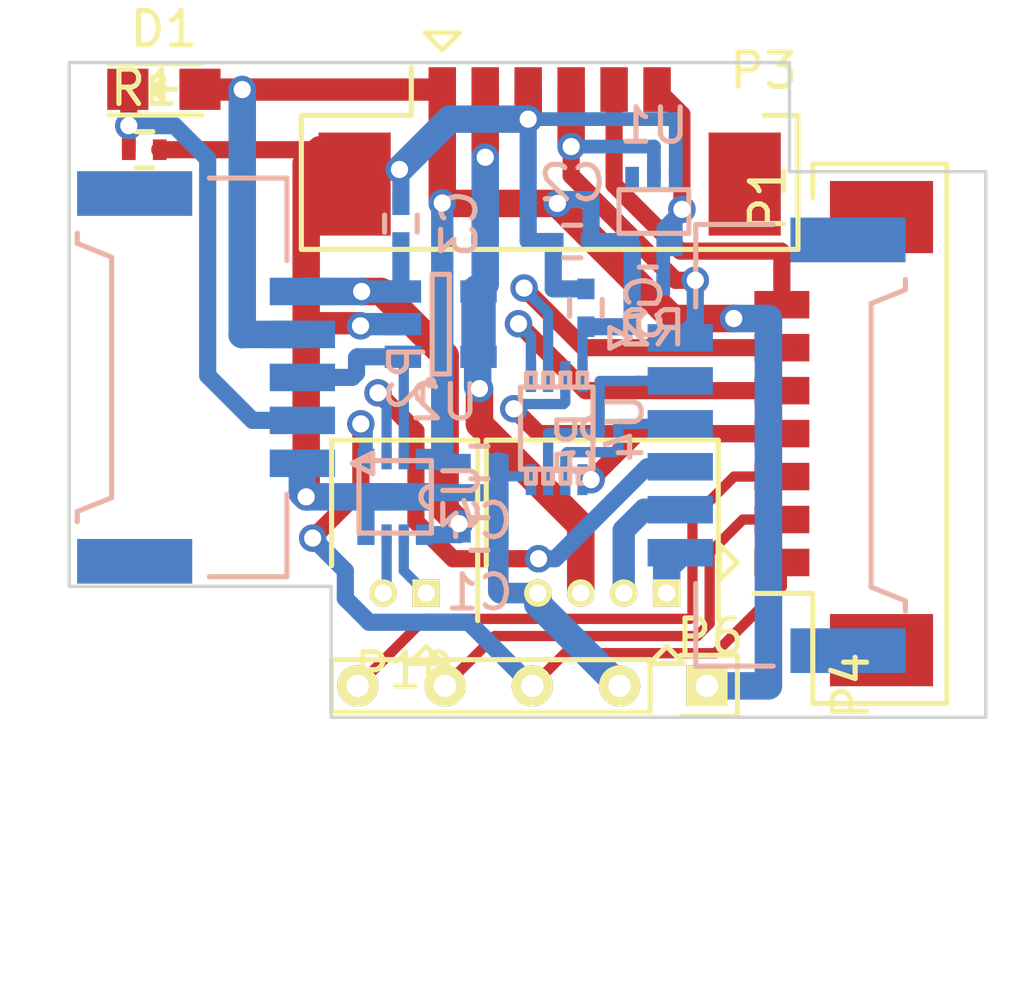
<source format=kicad_pcb>
(kicad_pcb (version 4) (host pcbnew 4.0.2-stable)

  (general
    (links 66)
    (no_connects 0)
    (area 71.074999 57.084999 97.845001 76.235001)
    (thickness 1.6)
    (drawings 308)
    (tracks 258)
    (zones 0)
    (modules 24)
    (nets 23)
  )

  (page A4)
  (layers
    (0 F.Cu signal)
    (31 B.Cu signal)
    (32 B.Adhes user)
    (33 F.Adhes user)
    (34 B.Paste user)
    (35 F.Paste user)
    (36 B.SilkS user)
    (37 F.SilkS user)
    (38 B.Mask user)
    (39 F.Mask user)
    (40 Dwgs.User user hide)
    (41 Cmts.User user)
    (42 Eco1.User user)
    (43 Eco2.User user)
    (44 Edge.Cuts user)
    (45 Margin user)
    (46 B.CrtYd user)
    (47 F.CrtYd user)
    (48 B.Fab user)
    (49 F.Fab user)
  )

  (setup
    (last_trace_width 0.8)
    (user_trace_width 0.3)
    (user_trace_width 0.4)
    (user_trace_width 0.5)
    (user_trace_width 0.65)
    (user_trace_width 0.8)
    (user_trace_width 1)
    (trace_clearance 0.199)
    (zone_clearance 0.4)
    (zone_45_only no)
    (trace_min 0.2)
    (segment_width 0.15)
    (edge_width 0.1)
    (via_size 0.6)
    (via_drill 0.4)
    (via_min_size 0.4)
    (via_min_drill 0.3)
    (user_via 0.8 0.5)
    (uvia_size 0.3)
    (uvia_drill 0.1)
    (uvias_allowed no)
    (uvia_min_size 0.2)
    (uvia_min_drill 0.1)
    (pcb_text_width 0.3)
    (pcb_text_size 1.5 1.5)
    (mod_edge_width 0.15)
    (mod_text_size 1 1)
    (mod_text_width 0.15)
    (pad_size 0.6 0.5)
    (pad_drill 0)
    (pad_to_mask_clearance 0.2)
    (aux_axis_origin 70.76 76.77)
    (grid_origin 70.76 76.77)
    (visible_elements 7FFEFF7F)
    (pcbplotparams
      (layerselection 0x01000_80000001)
      (usegerberextensions false)
      (excludeedgelayer true)
      (linewidth 0.100000)
      (plotframeref false)
      (viasonmask false)
      (mode 1)
      (useauxorigin true)
      (hpglpennumber 1)
      (hpglpenspeed 20)
      (hpglpendiameter 15)
      (hpglpenoverlay 2)
      (psnegative false)
      (psa4output false)
      (plotreference true)
      (plotvalue true)
      (plotinvisibletext false)
      (padsonsilk false)
      (subtractmaskfromsilk false)
      (outputformat 1)
      (mirror false)
      (drillshape 0)
      (scaleselection 1)
      (outputdirectory gerber/))
  )

  (net 0 "")
  (net 1 /VREG)
  (net 2 GND)
  (net 3 VCC)
  (net 4 /LIGHT)
  (net 5 /~STEP_SLP)
  (net 6 /SOL_EN)
  (net 7 /SRV2)
  (net 8 /SRV1)
  (net 9 /MISO)
  (net 10 /SOL_DIR)
  (net 11 /PWR_SEL)
  (net 12 /SHD_DRV)
  (net 13 /SCLK)
  (net 14 /MT_DIR)
  (net 15 /BL_CS)
  (net 16 /MT_STOP)
  (net 17 /SHD_P)
  (net 18 /SHD_N)
  (net 19 /VMOT)
  (net 20 /BL_CI)
  (net 21 /BL_DO)
  (net 22 "Net-(P3-Pad6)")

  (net_class Default "This is the default net class."
    (clearance 0.199)
    (trace_width 0.25)
    (via_dia 0.6)
    (via_drill 0.4)
    (uvia_dia 0.3)
    (uvia_drill 0.1)
    (add_net /BL_CI)
    (add_net /BL_CS)
    (add_net /BL_DO)
    (add_net /LIGHT)
    (add_net /MISO)
    (add_net /MT_DIR)
    (add_net /MT_STOP)
    (add_net /PWR_SEL)
    (add_net /SCLK)
    (add_net /SHD_DRV)
    (add_net /SHD_N)
    (add_net /SHD_P)
    (add_net /SOL_DIR)
    (add_net /SOL_EN)
    (add_net /SRV1)
    (add_net /SRV2)
    (add_net /VMOT)
    (add_net /VREG)
    (add_net /~STEP_SLP)
    (add_net GND)
    (add_net "Net-(P3-Pad6)")
    (add_net VCC)
  )

  (net_class power ""
    (clearance 0.199)
    (trace_width 0.65)
    (via_dia 0.6)
    (via_drill 0.4)
    (uvia_dia 0.3)
    (uvia_drill 0.1)
  )

  (module Connectors_Molex:Molex_PicoBlade_53048-0210 (layer F.Cu) (tedit 576634A1) (tstamp 573F9C00)
    (at 81.51 72.57 180)
    (descr "Molex PicoBlade 1.25mm shrouded header. Vertical. 2 ways")
    (tags "connector PicoBlade header")
    (path /5729E58E)
    (fp_text reference P10 (at 0.625 -2.25 180) (layer F.SilkS)
      (effects (font (size 1 1) (thickness 0.15)))
    )
    (fp_text value CON_SHD (at 0.625 5.65 180) (layer F.Fab)
      (effects (font (size 1 1) (thickness 0.15)))
    )
    (fp_line (start -1.5 -0.8) (end -1.5 4.45) (layer F.SilkS) (width 0.15))
    (fp_line (start -1.5 4.45) (end 2.75 4.45) (layer F.SilkS) (width 0.15))
    (fp_line (start 2.75 4.45) (end 2.75 0.8) (layer F.SilkS) (width 0.15))
    (fp_line (start 0 -1.55) (end -0.5 -2.05) (layer F.SilkS) (width 0.15))
    (fp_line (start -0.5 -2.05) (end 0.5 -2.05) (layer F.SilkS) (width 0.15))
    (fp_line (start 0.5 -2.05) (end 0 -1.55) (layer F.SilkS) (width 0.15))
    (fp_line (start 0.5 -1.05) (end -1.5 0.95) (layer F.Fab) (width 0.2))
    (fp_line (start -1.5 0.95) (end -1.5 4.45) (layer F.Fab) (width 0.2))
    (fp_line (start -1.5 4.45) (end 2.75 4.45) (layer F.Fab) (width 0.2))
    (fp_line (start 2.75 4.45) (end 2.75 -1.05) (layer F.Fab) (width 0.2))
    (fp_line (start 2.75 -1.05) (end 0.5 -1.05) (layer F.Fab) (width 0.2))
    (pad 1 thru_hole rect (at 0 0 180) (size 0.8 0.8) (drill 0.5) (layers *.Cu *.Mask F.SilkS)
      (net 17 /SHD_P))
    (pad 2 thru_hole oval (at 1.25 0 180) (size 0.8 0.8) (drill 0.5) (layers *.Cu *.Mask F.SilkS)
      (net 18 /SHD_N))
    (model Connectors_Molex.3dshapes/Molex_PicoBlade_53048-0210.wrl
      (at (xyz 0 0 0))
      (scale (xyz 1 1 1))
      (rotate (xyz 0 0 0))
    )
  )

  (module Resistors_SMD:R_0402 (layer F.Cu) (tedit 5415CBB8) (tstamp 572C6A63)
    (at 73.31 59.67)
    (descr "Resistor SMD 0402, reflow soldering, Vishay (see dcrcw.pdf)")
    (tags "resistor 0402")
    (path /5729B8E3)
    (attr smd)
    (fp_text reference R1 (at 0 -1.8) (layer F.SilkS)
      (effects (font (size 1 1) (thickness 0.15)))
    )
    (fp_text value 10K (at 0 1.8) (layer F.Fab)
      (effects (font (size 1 1) (thickness 0.15)))
    )
    (fp_line (start -0.95 -0.65) (end 0.95 -0.65) (layer F.CrtYd) (width 0.05))
    (fp_line (start -0.95 0.65) (end 0.95 0.65) (layer F.CrtYd) (width 0.05))
    (fp_line (start -0.95 -0.65) (end -0.95 0.65) (layer F.CrtYd) (width 0.05))
    (fp_line (start 0.95 -0.65) (end 0.95 0.65) (layer F.CrtYd) (width 0.05))
    (fp_line (start 0.25 -0.525) (end -0.25 -0.525) (layer F.SilkS) (width 0.15))
    (fp_line (start -0.25 0.525) (end 0.25 0.525) (layer F.SilkS) (width 0.15))
    (pad 1 smd rect (at -0.45 0) (size 0.4 0.6) (layers F.Cu F.Paste F.Mask)
      (net 4 /LIGHT))
    (pad 2 smd rect (at 0.45 0) (size 0.4 0.6) (layers F.Cu F.Paste F.Mask)
      (net 2 GND))
    (model Resistors_SMD.3dshapes/R_0402.wrl
      (at (xyz 0 0 0))
      (scale (xyz 1 1 1))
      (rotate (xyz 0 0 0))
    )
  )

  (module TO_SOT_Packages_SMD:SOT-23-5 (layer B.Cu) (tedit 55360473) (tstamp 572C6A7B)
    (at 81.935 64.745)
    (descr "5-pin SOT23 package")
    (tags SOT-23-5)
    (path /57299A0C)
    (attr smd)
    (fp_text reference U2 (at 0.089 2.271) (layer B.SilkS)
      (effects (font (size 1 1) (thickness 0.15)) (justify mirror))
    )
    (fp_text value MIC2514 (at -0.05 -2.35) (layer B.Fab)
      (effects (font (size 1 1) (thickness 0.15)) (justify mirror))
    )
    (fp_line (start -1.8 1.6) (end 1.8 1.6) (layer B.CrtYd) (width 0.05))
    (fp_line (start 1.8 1.6) (end 1.8 -1.6) (layer B.CrtYd) (width 0.05))
    (fp_line (start 1.8 -1.6) (end -1.8 -1.6) (layer B.CrtYd) (width 0.05))
    (fp_line (start -1.8 -1.6) (end -1.8 1.6) (layer B.CrtYd) (width 0.05))
    (fp_circle (center -0.3 1.7) (end -0.2 1.7) (layer B.SilkS) (width 0.15))
    (fp_line (start 0.25 1.45) (end -0.25 1.45) (layer B.SilkS) (width 0.15))
    (fp_line (start 0.25 -1.45) (end 0.25 1.45) (layer B.SilkS) (width 0.15))
    (fp_line (start -0.25 -1.45) (end 0.25 -1.45) (layer B.SilkS) (width 0.15))
    (fp_line (start -0.25 1.45) (end -0.25 -1.45) (layer B.SilkS) (width 0.15))
    (pad 1 smd rect (at -1.1 0.95) (size 1.06 0.65) (layers B.Cu B.Paste B.Mask)
      (net 11 /PWR_SEL))
    (pad 2 smd rect (at -1.1 0) (size 1.06 0.65) (layers B.Cu B.Paste B.Mask)
      (net 2 GND))
    (pad 3 smd rect (at -1.1 -0.95) (size 1.06 0.65) (layers B.Cu B.Paste B.Mask)
      (net 1 /VREG))
    (pad 4 smd rect (at 1.1 -0.95) (size 1.06 0.65) (layers B.Cu B.Paste B.Mask)
      (net 19 /VMOT))
    (pad 5 smd rect (at 1.1 0.95) (size 1.06 0.65) (layers B.Cu B.Paste B.Mask)
      (net 19 /VMOT))
    (model TO_SOT_Packages_SMD.3dshapes/SOT-23-5.wrl
      (at (xyz 0 0 0))
      (scale (xyz 1 1 1))
      (rotate (xyz 0 0 0))
    )
  )

  (module Resistors_SMD:R_0402 (layer B.Cu) (tedit 5415CBB8) (tstamp 572C6A69)
    (at 87.96 63.612)
    (descr "Resistor SMD 0402, reflow soldering, Vishay (see dcrcw.pdf)")
    (tags "resistor 0402")
    (path /572A7BCC)
    (attr smd)
    (fp_text reference R2 (at 0.132 1.255) (layer B.SilkS)
      (effects (font (size 1 1) (thickness 0.15)) (justify mirror))
    )
    (fp_text value 10K (at 0 -1.8) (layer B.Fab)
      (effects (font (size 1 1) (thickness 0.15)) (justify mirror))
    )
    (fp_line (start -0.95 0.65) (end 0.95 0.65) (layer B.CrtYd) (width 0.05))
    (fp_line (start -0.95 -0.65) (end 0.95 -0.65) (layer B.CrtYd) (width 0.05))
    (fp_line (start -0.95 0.65) (end -0.95 -0.65) (layer B.CrtYd) (width 0.05))
    (fp_line (start 0.95 0.65) (end 0.95 -0.65) (layer B.CrtYd) (width 0.05))
    (fp_line (start 0.25 0.525) (end -0.25 0.525) (layer B.SilkS) (width 0.15))
    (fp_line (start -0.25 -0.525) (end 0.25 -0.525) (layer B.SilkS) (width 0.15))
    (pad 1 smd rect (at -0.45 0) (size 0.4 0.6) (layers B.Cu B.Paste B.Mask)
      (net 3 VCC))
    (pad 2 smd rect (at 0.45 0) (size 0.4 0.6) (layers B.Cu B.Paste B.Mask)
      (net 22 "Net-(P3-Pad6)"))
    (model Resistors_SMD.3dshapes/R_0402.wrl
      (at (xyz 0 0 0))
      (scale (xyz 1 1 1))
      (rotate (xyz 0 0 0))
    )
  )

  (module Capacitors_SMD:C_0402 (layer B.Cu) (tedit 5415D599) (tstamp 572C69DF)
    (at 86.16 64.27 90)
    (descr "Capacitor SMD 0402, reflow soldering, AVX (see smccp.pdf)")
    (tags "capacitor 0402")
    (path /572BD22D)
    (attr smd)
    (fp_text reference C5 (at 0 1.7 90) (layer B.SilkS)
      (effects (font (size 1 1) (thickness 0.15)) (justify mirror))
    )
    (fp_text value 0.1uF (at 0 -1.7 90) (layer B.Fab)
      (effects (font (size 1 1) (thickness 0.15)) (justify mirror))
    )
    (fp_line (start -1.15 0.6) (end 1.15 0.6) (layer B.CrtYd) (width 0.05))
    (fp_line (start -1.15 -0.6) (end 1.15 -0.6) (layer B.CrtYd) (width 0.05))
    (fp_line (start -1.15 0.6) (end -1.15 -0.6) (layer B.CrtYd) (width 0.05))
    (fp_line (start 1.15 0.6) (end 1.15 -0.6) (layer B.CrtYd) (width 0.05))
    (fp_line (start 0.25 0.475) (end -0.25 0.475) (layer B.SilkS) (width 0.15))
    (fp_line (start -0.25 -0.475) (end 0.25 -0.475) (layer B.SilkS) (width 0.15))
    (pad 1 smd rect (at -0.55 0 90) (size 0.6 0.5) (layers B.Cu B.Paste B.Mask)
      (net 3 VCC))
    (pad 2 smd rect (at 0.55 0 90) (size 0.6 0.5) (layers B.Cu B.Paste B.Mask)
      (net 2 GND))
    (model Capacitors_SMD.3dshapes/C_0402.wrl
      (at (xyz 0 0 0))
      (scale (xyz 1 1 1))
      (rotate (xyz 0 0 0))
    )
  )

  (module Capacitors_SMD:C_0402 (layer B.Cu) (tedit 5415D599) (tstamp 572C69D9)
    (at 83.06 68.77)
    (descr "Capacitor SMD 0402, reflow soldering, AVX (see smccp.pdf)")
    (tags "capacitor 0402")
    (path /5729C729)
    (attr smd)
    (fp_text reference C4 (at 0 1.7) (layer B.SilkS)
      (effects (font (size 1 1) (thickness 0.15)) (justify mirror))
    )
    (fp_text value 0.1uF (at 0 -1.7) (layer B.Fab)
      (effects (font (size 1 1) (thickness 0.15)) (justify mirror))
    )
    (fp_line (start -1.15 0.6) (end 1.15 0.6) (layer B.CrtYd) (width 0.05))
    (fp_line (start -1.15 -0.6) (end 1.15 -0.6) (layer B.CrtYd) (width 0.05))
    (fp_line (start -1.15 0.6) (end -1.15 -0.6) (layer B.CrtYd) (width 0.05))
    (fp_line (start 1.15 0.6) (end 1.15 -0.6) (layer B.CrtYd) (width 0.05))
    (fp_line (start 0.25 0.475) (end -0.25 0.475) (layer B.SilkS) (width 0.15))
    (fp_line (start -0.25 -0.475) (end 0.25 -0.475) (layer B.SilkS) (width 0.15))
    (pad 1 smd rect (at -0.55 0) (size 0.6 0.5) (layers B.Cu B.Paste B.Mask)
      (net 3 VCC))
    (pad 2 smd rect (at 0.55 0) (size 0.6 0.5) (layers B.Cu B.Paste B.Mask)
      (net 2 GND))
    (model Capacitors_SMD.3dshapes/C_0402.wrl
      (at (xyz 0 0 0))
      (scale (xyz 1 1 1))
      (rotate (xyz 0 0 0))
    )
  )

  (module Capacitors_SMD:C_0402 (layer B.Cu) (tedit 5415D599) (tstamp 572C69D3)
    (at 80.777 61.82 90)
    (descr "Capacitor SMD 0402, reflow soldering, AVX (see smccp.pdf)")
    (tags "capacitor 0402")
    (path /572A515E)
    (attr smd)
    (fp_text reference C3 (at 0 1.7 90) (layer B.SilkS)
      (effects (font (size 1 1) (thickness 0.15)) (justify mirror))
    )
    (fp_text value 0.1uF (at 0 -1.7 90) (layer B.Fab)
      (effects (font (size 1 1) (thickness 0.15)) (justify mirror))
    )
    (fp_line (start -1.15 0.6) (end 1.15 0.6) (layer B.CrtYd) (width 0.05))
    (fp_line (start -1.15 -0.6) (end 1.15 -0.6) (layer B.CrtYd) (width 0.05))
    (fp_line (start -1.15 0.6) (end -1.15 -0.6) (layer B.CrtYd) (width 0.05))
    (fp_line (start 1.15 0.6) (end 1.15 -0.6) (layer B.CrtYd) (width 0.05))
    (fp_line (start 0.25 0.475) (end -0.25 0.475) (layer B.SilkS) (width 0.15))
    (fp_line (start -0.25 -0.475) (end 0.25 -0.475) (layer B.SilkS) (width 0.15))
    (pad 1 smd rect (at -0.55 0 90) (size 0.6 0.5) (layers B.Cu B.Paste B.Mask)
      (net 1 /VREG))
    (pad 2 smd rect (at 0.55 0 90) (size 0.6 0.5) (layers B.Cu B.Paste B.Mask)
      (net 2 GND))
    (model Capacitors_SMD.3dshapes/C_0402.wrl
      (at (xyz 0 0 0))
      (scale (xyz 1 1 1))
      (rotate (xyz 0 0 0))
    )
  )

  (module Capacitors_SMD:C_0402 (layer B.Cu) (tedit 5415D599) (tstamp 572C69CD)
    (at 85.76 62.342 180)
    (descr "Capacitor SMD 0402, reflow soldering, AVX (see smccp.pdf)")
    (tags "capacitor 0402")
    (path /572A6CE0)
    (attr smd)
    (fp_text reference C2 (at 0 1.7 180) (layer B.SilkS)
      (effects (font (size 1 1) (thickness 0.15)) (justify mirror))
    )
    (fp_text value 0.1uF (at 0 -1.7 180) (layer B.Fab)
      (effects (font (size 1 1) (thickness 0.15)) (justify mirror))
    )
    (fp_line (start -1.15 0.6) (end 1.15 0.6) (layer B.CrtYd) (width 0.05))
    (fp_line (start -1.15 -0.6) (end 1.15 -0.6) (layer B.CrtYd) (width 0.05))
    (fp_line (start -1.15 0.6) (end -1.15 -0.6) (layer B.CrtYd) (width 0.05))
    (fp_line (start 1.15 0.6) (end 1.15 -0.6) (layer B.CrtYd) (width 0.05))
    (fp_line (start 0.25 0.475) (end -0.25 0.475) (layer B.SilkS) (width 0.15))
    (fp_line (start -0.25 -0.475) (end 0.25 -0.475) (layer B.SilkS) (width 0.15))
    (pad 1 smd rect (at -0.55 0 180) (size 0.6 0.5) (layers B.Cu B.Paste B.Mask)
      (net 3 VCC))
    (pad 2 smd rect (at 0.55 0 180) (size 0.6 0.5) (layers B.Cu B.Paste B.Mask)
      (net 2 GND))
    (model Capacitors_SMD.3dshapes/C_0402.wrl
      (at (xyz 0 0 0))
      (scale (xyz 1 1 1))
      (rotate (xyz 0 0 0))
    )
  )

  (module Capacitors_SMD:C_0402 (layer B.Cu) (tedit 5415D599) (tstamp 572C69C7)
    (at 83.06 70.85)
    (descr "Capacitor SMD 0402, reflow soldering, AVX (see smccp.pdf)")
    (tags "capacitor 0402")
    (path /572A3F7A)
    (attr smd)
    (fp_text reference C1 (at 0 1.7) (layer B.SilkS)
      (effects (font (size 1 1) (thickness 0.15)) (justify mirror))
    )
    (fp_text value 0.1uF (at 0 -1.7) (layer B.Fab)
      (effects (font (size 1 1) (thickness 0.15)) (justify mirror))
    )
    (fp_line (start -1.15 0.6) (end 1.15 0.6) (layer B.CrtYd) (width 0.05))
    (fp_line (start -1.15 -0.6) (end 1.15 -0.6) (layer B.CrtYd) (width 0.05))
    (fp_line (start -1.15 0.6) (end -1.15 -0.6) (layer B.CrtYd) (width 0.05))
    (fp_line (start 1.15 0.6) (end 1.15 -0.6) (layer B.CrtYd) (width 0.05))
    (fp_line (start 0.25 0.475) (end -0.25 0.475) (layer B.SilkS) (width 0.15))
    (fp_line (start -0.25 -0.475) (end 0.25 -0.475) (layer B.SilkS) (width 0.15))
    (pad 1 smd rect (at -0.55 0) (size 0.6 0.5) (layers B.Cu B.Paste B.Mask)
      (net 1 /VREG))
    (pad 2 smd rect (at 0.55 0) (size 0.6 0.5) (layers B.Cu B.Paste B.Mask)
      (net 2 GND))
    (model Capacitors_SMD.3dshapes/C_0402.wrl
      (at (xyz 0 0 0))
      (scale (xyz 1 1 1))
      (rotate (xyz 0 0 0))
    )
  )

  (module LEDs:LED_0805 (layer F.Cu) (tedit 55BDE1C2) (tstamp 573D66B6)
    (at 73.88098 57.912)
    (descr "LED 0805 smd package")
    (tags "LED 0805 SMD")
    (path /57298FE2)
    (attr smd)
    (fp_text reference D1 (at 0 -1.75) (layer F.SilkS)
      (effects (font (size 1 1) (thickness 0.15)))
    )
    (fp_text value SFH3710 (at 0 1.75) (layer F.Fab)
      (effects (font (size 1 1) (thickness 0.15)))
    )
    (fp_line (start -1.6 0.75) (end 1.1 0.75) (layer F.SilkS) (width 0.15))
    (fp_line (start -1.6 -0.75) (end 1.1 -0.75) (layer F.SilkS) (width 0.15))
    (fp_line (start -0.1 0.15) (end -0.1 -0.1) (layer F.SilkS) (width 0.15))
    (fp_line (start -0.1 -0.1) (end -0.25 0.05) (layer F.SilkS) (width 0.15))
    (fp_line (start -0.35 -0.35) (end -0.35 0.35) (layer F.SilkS) (width 0.15))
    (fp_line (start 0 0) (end 0.35 0) (layer F.SilkS) (width 0.15))
    (fp_line (start -0.35 0) (end 0 -0.35) (layer F.SilkS) (width 0.15))
    (fp_line (start 0 -0.35) (end 0 0.35) (layer F.SilkS) (width 0.15))
    (fp_line (start 0 0.35) (end -0.35 0) (layer F.SilkS) (width 0.15))
    (fp_line (start 1.9 -0.95) (end 1.9 0.95) (layer F.CrtYd) (width 0.05))
    (fp_line (start 1.9 0.95) (end -1.9 0.95) (layer F.CrtYd) (width 0.05))
    (fp_line (start -1.9 0.95) (end -1.9 -0.95) (layer F.CrtYd) (width 0.05))
    (fp_line (start -1.9 -0.95) (end 1.9 -0.95) (layer F.CrtYd) (width 0.05))
    (pad 2 smd rect (at 1.04902 0 180) (size 1.19888 1.19888) (layers F.Cu F.Paste F.Mask)
      (net 3 VCC))
    (pad 1 smd rect (at -1.04902 0 180) (size 1.19888 1.19888) (layers F.Cu F.Paste F.Mask)
      (net 4 /LIGHT))
    (model LEDs.3dshapes/LED_0805.wrl
      (at (xyz 0 0 0))
      (scale (xyz 1 1 1))
      (rotate (xyz 0 0 0))
    )
  )

  (module Connectors_Molex:Molex_PicoBlade_53048-0410 (layer F.Cu) (tedit 0) (tstamp 57405132)
    (at 88.51 72.57 180)
    (descr "Molex PicoBlade 1.25mm shrouded header. Vertical. 4 ways")
    (tags "connector PicoBlade header")
    (path /573F9AB7)
    (fp_text reference P6 (at -1.27 -1.27 180) (layer F.SilkS)
      (effects (font (size 1 1) (thickness 0.15)))
    )
    (fp_text value CONN_SRV (at 1.875 5.65 180) (layer F.Fab)
      (effects (font (size 1 1) (thickness 0.15)))
    )
    (fp_line (start -1.5 -0.8) (end -1.5 4.45) (layer F.SilkS) (width 0.15))
    (fp_line (start -1.5 4.45) (end 5.25 4.45) (layer F.SilkS) (width 0.15))
    (fp_line (start 5.25 4.45) (end 5.25 0.8) (layer F.SilkS) (width 0.15))
    (fp_line (start 0 -1.55) (end -0.5 -2.05) (layer F.SilkS) (width 0.15))
    (fp_line (start -0.5 -2.05) (end 0.5 -2.05) (layer F.SilkS) (width 0.15))
    (fp_line (start 0.5 -2.05) (end 0 -1.55) (layer F.SilkS) (width 0.15))
    (fp_line (start 0.5 -1.05) (end -1.5 0.95) (layer F.Fab) (width 0.2))
    (fp_line (start -1.5 0.95) (end -1.5 4.45) (layer F.Fab) (width 0.2))
    (fp_line (start -1.5 4.45) (end 5.25 4.45) (layer F.Fab) (width 0.2))
    (fp_line (start 5.25 4.45) (end 5.25 -1.05) (layer F.Fab) (width 0.2))
    (fp_line (start 5.25 -1.05) (end 0.5 -1.05) (layer F.Fab) (width 0.2))
    (pad 1 thru_hole rect (at 0 0 180) (size 0.8 0.8) (drill 0.5) (layers *.Cu *.Mask F.SilkS)
      (net 8 /SRV1))
    (pad 2 thru_hole oval (at 1.25 0 180) (size 0.8 0.8) (drill 0.5) (layers *.Cu *.Mask F.SilkS)
      (net 7 /SRV2))
    (pad 3 thru_hole oval (at 2.5 0 180) (size 0.8 0.8) (drill 0.5) (layers *.Cu *.Mask F.SilkS)
      (net 19 /VMOT))
    (pad 4 thru_hole oval (at 3.75 0 180) (size 0.8 0.8) (drill 0.5) (layers *.Cu *.Mask F.SilkS)
      (net 2 GND))
    (model Connectors_Molex.3dshapes/Molex_PicoBlade_53048-0410.wrl
      (at (xyz 0 0 0))
      (scale (xyz 1 1 1))
      (rotate (xyz 0 0 0))
    )
  )

  (module perfboard:Pin_Header_Straight_1x05 (layer F.Cu) (tedit 57664BFD) (tstamp 57407973)
    (at 89.68 75.27 270)
    (descr "Through hole pin header")
    (tags "pin header")
    (path /573EC0C5)
    (fp_text reference P4 (at 0 -4.191 270) (layer F.SilkS)
      (effects (font (size 1 1) (thickness 0.15)))
    )
    (fp_text value CON_POLOLU_DRV8834 (at 0 -2.54 270) (layer F.Fab)
      (effects (font (size 1 1) (thickness 0.15)))
    )
    (fp_line (start -1.016 -1.143) (end -1.016 11.176) (layer F.CrtYd) (width 0.05))
    (fp_line (start 1.016 -1.143) (end 1.016 11.176) (layer F.CrtYd) (width 0.05))
    (fp_line (start -1.016 -1.143) (end 1.016 -1.143) (layer F.CrtYd) (width 0.05))
    (fp_line (start -1.016 11.176) (end 1.016 11.176) (layer F.CrtYd) (width 0.05))
    (fp_line (start 0.762 1.651) (end 0.762 10.922) (layer F.SilkS) (width 0.15))
    (fp_line (start 0.762 10.922) (end -0.762 10.922) (layer F.SilkS) (width 0.15))
    (fp_line (start -0.762 10.922) (end -0.762 1.651) (layer F.SilkS) (width 0.15))
    (fp_line (start 0.889 -0.889) (end 0.889 0.762) (layer F.SilkS) (width 0.15))
    (fp_line (start 0.762 1.651) (end -0.762 1.651) (layer F.SilkS) (width 0.15))
    (fp_line (start -0.889 0.762) (end -0.889 -0.889) (layer F.SilkS) (width 0.15))
    (fp_line (start -0.889 -0.889) (end 0.889 -0.889) (layer F.SilkS) (width 0.15))
    (pad 1 thru_hole rect (at 0 0 270) (size 1.2 1.2) (drill 0.65) (layers *.Cu *.Mask F.SilkS)
      (net 3 VCC))
    (pad 2 thru_hole circle (at 0 2.54 270) (size 1.2 1.2) (drill 0.65) (layers *.Cu *.Mask F.SilkS)
      (net 2 GND))
    (pad 3 thru_hole circle (at 0 5.08 270) (size 1.2 1.2) (drill 0.65) (layers *.Cu *.Mask F.SilkS)
      (net 5 /~STEP_SLP))
    (pad 4 thru_hole circle (at 0 7.62 270) (size 1.2 1.2) (drill 0.65) (layers *.Cu *.Mask F.SilkS)
      (net 6 /SOL_EN))
    (pad 5 thru_hole circle (at 0 10.16 270) (size 1.2 1.2) (drill 0.65) (layers *.Cu *.Mask F.SilkS)
      (net 10 /SOL_DIR))
    (model Pin_Headers.3dshapes/Pin_Header_Straight_1x05.wrl
      (at (xyz 0 -0.2 0))
      (scale (xyz 1 1 1))
      (rotate (xyz 0 0 90))
    )
  )

  (module Connectors_Molex:Molex_Panelmate-53780-0570_05x1.25mm_Angled (layer B.Cu) (tedit 572FD60B) (tstamp 5740C111)
    (at 75.47 66.295 90)
    (descr "Molex Panelmate series connector, 1.25mm pitch, side entry SMT, P/N: 53780-0570")
    (tags "conn molex panelmate")
    (path /57402244)
    (attr smd)
    (fp_text reference P2 (at 0 5.49 90) (layer B.SilkS)
      (effects (font (size 1 1) (thickness 0.15)) (justify mirror))
    )
    (fp_text value CONN_ProMini_Down2 (at 0 -5.51 90) (layer B.Fab)
      (effects (font (size 1 1) (thickness 0.15)) (justify mirror))
    )
    (fp_line (start -3.4 1.99) (end -5.8 1.99) (layer B.SilkS) (width 0.15))
    (fp_line (start -5.8 1.99) (end -5.8 -0.265) (layer B.SilkS) (width 0.15))
    (fp_line (start 3.4 1.99) (end 5.8 1.99) (layer B.SilkS) (width 0.15))
    (fp_line (start 5.8 1.99) (end 5.8 -0.265) (layer B.SilkS) (width 0.15))
    (fp_line (start -4.2 -4.11) (end -3.9 -4.11) (layer B.SilkS) (width 0.15))
    (fp_line (start -3.9 -4.11) (end -3.5 -3.11) (layer B.SilkS) (width 0.15))
    (fp_line (start -3.5 -3.11) (end 3.5 -3.11) (layer B.SilkS) (width 0.15))
    (fp_line (start 3.5 -3.11) (end 3.9 -4.11) (layer B.SilkS) (width 0.15))
    (fp_line (start 3.9 -4.11) (end 4.2 -4.11) (layer B.SilkS) (width 0.15))
    (fp_line (start -2.5 3.89) (end -2.2 4.49) (layer B.SilkS) (width 0.15))
    (fp_line (start -2.2 4.49) (end -2.8 4.49) (layer B.SilkS) (width 0.15))
    (fp_line (start -2.8 4.49) (end -2.5 3.89) (layer B.SilkS) (width 0.15))
    (fp_line (start -6.8 4.1) (end -6.8 -4.8) (layer B.CrtYd) (width 0.05))
    (fp_line (start -6.8 -4.8) (end 6.8 -4.8) (layer B.CrtYd) (width 0.05))
    (fp_line (start 6.8 -4.8) (end 6.8 4.1) (layer B.CrtYd) (width 0.05))
    (fp_line (start 6.8 4.1) (end -6.8 4.1) (layer B.CrtYd) (width 0.05))
    (pad 1 smd rect (at -2.5 2.44 90) (size 0.8 1.9) (layers B.Cu B.Paste B.Mask)
      (net 2 GND))
    (pad 2 smd rect (at -1.25 2.44 90) (size 0.8 1.9) (layers B.Cu B.Paste B.Mask)
      (net 4 /LIGHT))
    (pad 3 smd rect (at 0 2.44 90) (size 0.8 1.9) (layers B.Cu B.Paste B.Mask)
      (net 11 /PWR_SEL))
    (pad 4 smd rect (at 1.25 2.44 90) (size 0.8 1.9) (layers B.Cu B.Paste B.Mask)
      (net 3 VCC))
    (pad 5 smd rect (at 2.5 2.44 90) (size 0.8 1.9) (layers B.Cu B.Paste B.Mask)
      (net 1 /VREG))
    (pad "" smd rect (at 5.35 -2.44 90) (size 1.3 3.35) (layers B.Cu B.Paste B.Mask))
    (pad "" smd rect (at -5.35 -2.44 90) (size 1.3 3.35) (layers B.Cu B.Paste B.Mask))
    (model Connectors_Molex.3dshapes/Molex_Panelmate-53780-0570_05x1.25mm_Angled.wrl
      (at (xyz 0 0 0))
      (scale (xyz 1 1 1))
      (rotate (xyz 0 0 0))
    )
  )

  (module Connectors_Molex:Molex_Panelmate-53780-0670_06x1.25mm_Angled (layer B.Cu) (tedit 572FD60B) (tstamp 5740C12D)
    (at 91.345 68.27 270)
    (descr "Molex Panelmate series connector, 1.25mm pitch, side entry SMT, P/N: 53780-0670")
    (tags "conn molex panelmate")
    (path /5732E9EF)
    (attr smd)
    (fp_text reference P5 (at 0 5.49 270) (layer B.SilkS)
      (effects (font (size 1 1) (thickness 0.15)) (justify mirror))
    )
    (fp_text value CON_ProMini_Down (at 0 -5.51 270) (layer B.Fab)
      (effects (font (size 1 1) (thickness 0.15)) (justify mirror))
    )
    (fp_line (start -4.025 1.99) (end -6.425 1.99) (layer B.SilkS) (width 0.15))
    (fp_line (start -6.425 1.99) (end -6.425 -0.265) (layer B.SilkS) (width 0.15))
    (fp_line (start 4.025 1.99) (end 6.425 1.99) (layer B.SilkS) (width 0.15))
    (fp_line (start 6.425 1.99) (end 6.425 -0.265) (layer B.SilkS) (width 0.15))
    (fp_line (start -4.825 -4.11) (end -4.525 -4.11) (layer B.SilkS) (width 0.15))
    (fp_line (start -4.525 -4.11) (end -4.125 -3.11) (layer B.SilkS) (width 0.15))
    (fp_line (start -4.125 -3.11) (end 4.125 -3.11) (layer B.SilkS) (width 0.15))
    (fp_line (start 4.125 -3.11) (end 4.525 -4.11) (layer B.SilkS) (width 0.15))
    (fp_line (start 4.525 -4.11) (end 4.825 -4.11) (layer B.SilkS) (width 0.15))
    (fp_line (start -3.125 3.89) (end -2.825 4.49) (layer B.SilkS) (width 0.15))
    (fp_line (start -2.825 4.49) (end -3.425 4.49) (layer B.SilkS) (width 0.15))
    (fp_line (start -3.425 4.49) (end -3.125 3.89) (layer B.SilkS) (width 0.15))
    (fp_line (start -7.4 4.1) (end -7.4 -4.8) (layer B.CrtYd) (width 0.05))
    (fp_line (start -7.4 -4.8) (end 7.4 -4.8) (layer B.CrtYd) (width 0.05))
    (fp_line (start 7.4 -4.8) (end 7.4 4.1) (layer B.CrtYd) (width 0.05))
    (fp_line (start 7.4 4.1) (end -7.4 4.1) (layer B.CrtYd) (width 0.05))
    (pad 1 smd rect (at -3.125 2.44 270) (size 0.8 1.9) (layers B.Cu B.Paste B.Mask)
      (net 14 /MT_DIR))
    (pad 2 smd rect (at -1.875 2.44 270) (size 0.8 1.9) (layers B.Cu B.Paste B.Mask)
      (net 20 /BL_CI))
    (pad 3 smd rect (at -0.625 2.44 270) (size 0.8 1.9) (layers B.Cu B.Paste B.Mask)
      (net 21 /BL_DO))
    (pad 4 smd rect (at 0.625 2.44 270) (size 0.8 1.9) (layers B.Cu B.Paste B.Mask)
      (net 12 /SHD_DRV))
    (pad 5 smd rect (at 1.875 2.44 270) (size 0.8 1.9) (layers B.Cu B.Paste B.Mask)
      (net 7 /SRV2))
    (pad 6 smd rect (at 3.125 2.44 270) (size 0.8 1.9) (layers B.Cu B.Paste B.Mask)
      (net 8 /SRV1))
    (pad "" smd rect (at 5.975 -2.44 270) (size 1.3 3.35) (layers B.Cu B.Paste B.Mask))
    (pad "" smd rect (at -5.975 -2.44 270) (size 1.3 3.35) (layers B.Cu B.Paste B.Mask))
    (model Connectors_Molex.3dshapes/Molex_Panelmate-53780-0670_06x1.25mm_Angled.wrl
      (at (xyz 0 0 0))
      (scale (xyz 1 1 1))
      (rotate (xyz 0 0 0))
    )
  )

  (module Connectors_Molex:Molex_PicoBlade_51021-53048-0410 (layer F.Cu) (tedit 573E2901) (tstamp 574107F6)
    (at 88.51 72.57 180)
    (descr "Molex PicoBlade receptacle. Horizontal. 4 ways")
    (tags "connector PicoBlade receptacle")
    (fp_text reference REF** (at 3.28676 -2.21996 180) (layer F.Fab) hide
      (effects (font (size 1 1) (thickness 0.15)))
    )
    (fp_text value Molex_PicoBlade_51021-0400 (at 1.875 5.65 180) (layer F.Fab) hide
      (effects (font (size 1 1) (thickness 0.15)))
    )
    (fp_line (start 0.5 -1.05) (end -1.5 0.95) (layer F.Fab) (width 0.2))
    (fp_line (start -1.5 0.95) (end -1.5 4.45) (layer F.Fab) (width 0.2))
    (fp_line (start -1.5 4.45) (end 5.25 4.45) (layer F.Fab) (width 0.2))
    (fp_line (start 5.25 4.45) (end 5.25 -1.05) (layer F.Fab) (width 0.2))
    (fp_line (start 5.25 -1.05) (end 0.5 -1.05) (layer F.Fab) (width 0.2))
    (model Connectors_Molex.3dshapes/Molex_PicoBlade_51021-0400.wrl
      (at (xyz 0.07244094 -0.137795 0.07874))
      (scale (xyz 1 1 1))
      (rotate (xyz 0 0 180))
    )
  )

  (module Connectors_Molex:Molex_PicoBlade_53261-0771 (layer F.Cu) (tedit 57510D83) (tstamp 57402D97)
    (at 94.76 67.93 90)
    (descr "Molex PicoBlade 1.25mm shrouded header. Right-angled, SMD. 7 ways")
    (tags "connector PicoBlade header")
    (path /573F4852)
    (attr smd)
    (fp_text reference P1 (at 6.85 -3.3 90) (layer F.SilkS)
      (effects (font (size 1 1) (thickness 0.15)))
    )
    (fp_text value CONN_ProMini_Up (at 0 3.3 90) (layer F.Fab)
      (effects (font (size 1 1) (thickness 0.15)))
    )
    (fp_line (start -4.65 -3.7) (end -4.65 -2) (layer F.SilkS) (width 0.15))
    (fp_line (start -4.65 -2) (end -7.85 -2) (layer F.SilkS) (width 0.15))
    (fp_line (start -7.85 -2) (end -7.85 1.9) (layer F.SilkS) (width 0.15))
    (fp_line (start -7.85 1.9) (end 7.85 1.9) (layer F.SilkS) (width 0.15))
    (fp_line (start 7.85 1.9) (end 7.85 -2) (layer F.SilkS) (width 0.15))
    (fp_line (start 7.85 -2) (end 6.85 -2) (layer F.SilkS) (width 0.15))
    (fp_line (start -3.75 -4.2) (end -4.25 -4.7) (layer F.SilkS) (width 0.15))
    (fp_line (start -4.25 -4.7) (end -3.25 -4.7) (layer F.SilkS) (width 0.15))
    (fp_line (start -3.25 -4.7) (end -3.75 -4.2) (layer F.SilkS) (width 0.15))
    (fp_line (start -5.25 -2.1) (end -5.25 1.9) (layer F.Fab) (width 0.2))
    (fp_line (start -5.25 1.9) (end 5.25 1.9) (layer F.Fab) (width 0.2))
    (fp_line (start 5.25 1.9) (end 5.25 -2.1) (layer F.Fab) (width 0.2))
    (fp_line (start 5.25 -2.1) (end -5.25 -2.1) (layer F.Fab) (width 0.2))
    (fp_line (start 5.25 -1.5) (end 7.35 -1.5) (layer F.Fab) (width 0.2))
    (fp_line (start 7.35 -1.5) (end 7.35 1.5) (layer F.Fab) (width 0.2))
    (fp_line (start 7.35 1.5) (end 5.25 1.5) (layer F.Fab) (width 0.2))
    (fp_line (start -5.25 -1.5) (end -7.35 -1.5) (layer F.Fab) (width 0.2))
    (fp_line (start -7.35 -1.5) (end -7.35 1.5) (layer F.Fab) (width 0.2))
    (fp_line (start -7.35 1.5) (end -5.25 1.5) (layer F.Fab) (width 0.2))
    (fp_line (start -5.25 -2.1) (end -3.75 -0.6) (layer F.Fab) (width 0.2))
    (fp_line (start -3.75 -0.6) (end -2.25 -2.1) (layer F.Fab) (width 0.2))
    (pad 1 smd rect (at -3.75 -2.9 90) (size 0.8 1.6) (layers F.Cu F.Paste F.Mask)
      (net 5 /~STEP_SLP))
    (pad 2 smd rect (at -2.5 -2.9 90) (size 0.8 1.6) (layers F.Cu F.Paste F.Mask)
      (net 6 /SOL_EN))
    (pad 3 smd rect (at -1.25 -2.9 90) (size 0.8 1.6) (layers F.Cu F.Paste F.Mask)
      (net 10 /SOL_DIR))
    (pad 4 smd rect (at 0 -2.9 90) (size 0.8 1.6) (layers F.Cu F.Paste F.Mask)
      (net 15 /BL_CS))
    (pad 5 smd rect (at 1.25 -2.9 90) (size 0.8 1.6) (layers F.Cu F.Paste F.Mask)
      (net 13 /SCLK))
    (pad 6 smd rect (at 2.5 -2.9 90) (size 0.8 1.6) (layers F.Cu F.Paste F.Mask)
      (net 9 /MISO))
    (pad 7 smd rect (at 3.75 -2.9 90) (size 0.8 1.6) (layers F.Cu F.Paste F.Mask)
      (net 16 /MT_STOP))
    (pad "" smd rect (at -6.3 0 90) (size 2.1 3) (layers F.Cu F.Paste F.Mask))
    (pad "" smd rect (at 6.3 0 90) (size 2.1 3) (layers F.Cu F.Paste F.Mask))
    (model Connectors_Molex.3dshapes/Molex_PicoBlade_53261-0771.wrl
      (at (xyz 0 0 0))
      (scale (xyz 1 1 1))
      (rotate (xyz 0 0 0))
    )
  )

  (module Connectors_Molex:Molex_PicoBlade_53398-0671 (layer F.Cu) (tedit 57664442) (tstamp 57409F99)
    (at 85.105 60.67)
    (descr "Molex PicoBlade 1.25mm shrouded header. Vertical, SMD. 6 ways")
    (tags "connector PicoBlade header")
    (path /573FEAA2)
    (attr smd)
    (fp_text reference P3 (at 6.225 -3.3) (layer F.SilkS)
      (effects (font (size 1 1) (thickness 0.15)))
    )
    (fp_text value CON_MT (at 0 3.3) (layer F.Fab)
      (effects (font (size 1 1) (thickness 0.15)))
    )
    (fp_line (start -4.025 -3.4) (end -4.025 -2) (layer F.SilkS) (width 0.15))
    (fp_line (start -4.025 -2) (end -7.225 -2) (layer F.SilkS) (width 0.15))
    (fp_line (start -7.225 -2) (end -7.225 1.9) (layer F.SilkS) (width 0.15))
    (fp_line (start -7.225 1.9) (end 7.225 1.9) (layer F.SilkS) (width 0.15))
    (fp_line (start 7.225 1.9) (end 7.225 -2) (layer F.SilkS) (width 0.15))
    (fp_line (start 7.225 -2) (end 6.225 -2) (layer F.SilkS) (width 0.15))
    (fp_line (start -3.125 -3.9) (end -3.625 -4.4) (layer F.SilkS) (width 0.15))
    (fp_line (start -3.625 -4.4) (end -2.625 -4.4) (layer F.SilkS) (width 0.15))
    (fp_line (start -2.625 -4.4) (end -3.125 -3.9) (layer F.SilkS) (width 0.15))
    (fp_line (start -4.625 -2.1) (end -4.625 1.9) (layer F.Fab) (width 0.2))
    (fp_line (start -4.625 1.9) (end 4.625 1.9) (layer F.Fab) (width 0.2))
    (fp_line (start 4.625 1.9) (end 4.625 -2.1) (layer F.Fab) (width 0.2))
    (fp_line (start 4.625 -2.1) (end -4.625 -2.1) (layer F.Fab) (width 0.2))
    (fp_line (start 4.625 -1.5) (end 6.725 -1.5) (layer F.Fab) (width 0.2))
    (fp_line (start 6.725 -1.5) (end 6.725 1.5) (layer F.Fab) (width 0.2))
    (fp_line (start 6.725 1.5) (end 4.625 1.5) (layer F.Fab) (width 0.2))
    (fp_line (start -4.625 -1.5) (end -6.725 -1.5) (layer F.Fab) (width 0.2))
    (fp_line (start -6.725 -1.5) (end -6.725 1.5) (layer F.Fab) (width 0.2))
    (fp_line (start -6.725 1.5) (end -4.625 1.5) (layer F.Fab) (width 0.2))
    (fp_line (start -4.625 -2.1) (end -3.125 -0.6) (layer F.Fab) (width 0.2))
    (fp_line (start -3.125 -0.6) (end -1.625 -2.1) (layer F.Fab) (width 0.2))
    (pad 1 smd rect (at -3.125 -2.75) (size 0.8 1.3) (layers F.Cu F.Paste F.Mask)
      (net 3 VCC))
    (pad 2 smd rect (at -1.875 -2.75) (size 0.8 1.3) (layers F.Cu F.Paste F.Mask)
      (net 19 /VMOT))
    (pad 3 smd rect (at -0.625 -2.75) (size 0.8 1.3) (layers F.Cu F.Paste F.Mask)
      (net 2 GND))
    (pad 4 smd rect (at 0.625 -2.75) (size 0.8 1.3) (layers F.Cu F.Paste F.Mask)
      (net 14 /MT_DIR))
    (pad 5 smd rect (at 1.875 -2.75) (size 0.8 1.3) (layers F.Cu F.Paste F.Mask)
      (net 16 /MT_STOP))
    (pad 6 smd rect (at 3.125 -2.75) (size 0.8 1.3) (layers F.Cu F.Paste F.Mask)
      (net 22 "Net-(P3-Pad6)"))
    (pad "" smd rect (at -5.675 0) (size 2.1 3) (layers F.Cu F.Paste F.Mask)
      (net 2 GND))
    (pad "" smd rect (at 5.675 0) (size 2.1 3) (layers F.Cu F.Paste F.Mask))
    (model Connectors_Molex.3dshapes/Molex_PicoBlade_53398-0671.wrl
      (at (xyz 0 0 0))
      (scale (xyz 1 1 1))
      (rotate (xyz 0 0 0))
    )
  )

  (module Connectors_Molex:Molex_PicoBlade_51021-53261-0771 (layer F.Cu) (tedit 573F7A39) (tstamp 574167E4)
    (at 94.747 67.93 90)
    (descr "Molex PicoBlade receptacle. Horizontal. 7 ways")
    (tags "connector PicoBlade receptacle")
    (path /573F4852)
    (attr smd)
    (fp_text reference REF** (at 6.85 -3.3 90) (layer F.Fab) hide
      (effects (font (size 1 1) (thickness 0.15)))
    )
    (fp_text value Molex_PicoBlade_51021-0700 (at 0 3.3 90) (layer F.Fab) hide
      (effects (font (size 1 1) (thickness 0.15)))
    )
    (fp_line (start -5.25 -2.1) (end -5.25 1.9) (layer F.Fab) (width 0.2))
    (fp_line (start -5.25 1.9) (end 5.25 1.9) (layer F.Fab) (width 0.2))
    (fp_line (start 5.25 1.9) (end 5.25 -2.1) (layer F.Fab) (width 0.2))
    (fp_line (start 5.25 -2.1) (end -5.25 -2.1) (layer F.Fab) (width 0.2))
    (fp_line (start -5.25 -2.1) (end -3.75 -0.6) (layer F.Fab) (width 0.2))
    (fp_line (start -3.75 -0.6) (end -2.25 -2.1) (layer F.Fab) (width 0.2))
    (model Connectors_Molex.3dshapes/Molex_PicoBlade_51021-0700.wrl
      (at (xyz 0 -0.047244 0.06299200000000001))
      (scale (xyz 1 1 1))
      (rotate (xyz 0 0 180))
    )
  )

  (module Connectors_Molex:Molex_PicoBlade_51021-53261-0671 (layer F.Cu) (tedit 573F8021) (tstamp 5741C6A5)
    (at 85.095 60.691)
    (descr "Molex PicoBlade receptacle. Vertical. 6 ways")
    (tags "connector PicoBlade receptacle")
    (attr smd)
    (fp_text reference REF** (at 6.225 -3.3) (layer F.Fab) hide
      (effects (font (size 1 1) (thickness 0.15)))
    )
    (fp_text value Molex_PicoBlade_51021-0600 (at 0 3.3) (layer F.Fab) hide
      (effects (font (size 1 1) (thickness 0.15)))
    )
    (fp_line (start -4.625 -2.1) (end -4.625 1.9) (layer F.Fab) (width 0.2))
    (fp_line (start -4.625 1.9) (end 4.625 1.9) (layer F.Fab) (width 0.2))
    (fp_line (start 4.625 1.9) (end 4.625 -2.1) (layer F.Fab) (width 0.2))
    (fp_line (start 4.625 -2.1) (end -4.625 -2.1) (layer F.Fab) (width 0.2))
    (fp_line (start -4.625 -2.1) (end -3.125 -0.6) (layer F.Fab) (width 0.2))
    (fp_line (start -3.125 -0.6) (end -1.625 -2.1) (layer F.Fab) (width 0.2))
    (model Connectors_Molex.3dshapes/Molex_PicoBlade_51021-0600.wrl
      (at (xyz 0 0.019685 0.149606))
      (scale (xyz 1 1 1))
      (rotate (xyz -90 0 180))
    )
  )

  (module Connectors_Molex:Molex_Panelmate-51146-0600 (layer B.Cu) (tedit 572FD60B) (tstamp 574203CB)
    (at 91.318 68.27 270)
    (descr "Molex Panelmate series receptacle, P/N: 51146-0600")
    (tags "conn molex panelmate receptacle")
    (attr smd)
    (fp_text reference REF** (at 0 5.49 270) (layer B.Fab) hide
      (effects (font (size 1 1) (thickness 0.15)) (justify mirror))
    )
    (fp_text value Molex_Panelmate-51146-0600 (at 0 -5.51 270) (layer B.Fab) hide
      (effects (font (size 1 1) (thickness 0.15)) (justify mirror))
    )
    (fp_line (start -4.025 1.99) (end -6.425 1.99) (layer B.Fab) (width 0.15))
    (fp_line (start -6.425 1.99) (end -6.425 -0.265) (layer B.Fab) (width 0.15))
    (fp_line (start 4.025 1.99) (end 6.425 1.99) (layer B.Fab) (width 0.15))
    (fp_line (start 6.425 1.99) (end 6.425 -0.265) (layer B.Fab) (width 0.15))
    (fp_line (start -4.825 -4.11) (end -4.525 -4.11) (layer B.Fab) (width 0.15))
    (fp_line (start -4.525 -4.11) (end -4.125 -3.11) (layer B.Fab) (width 0.15))
    (fp_line (start -4.125 -3.11) (end 4.125 -3.11) (layer B.Fab) (width 0.15))
    (fp_line (start 4.125 -3.11) (end 4.525 -4.11) (layer B.Fab) (width 0.15))
    (fp_line (start 4.525 -4.11) (end 4.825 -4.11) (layer B.Fab) (width 0.15))
    (fp_line (start -3.125 3.89) (end -2.825 4.49) (layer B.Fab) (width 0.15))
    (fp_line (start -2.825 4.49) (end -3.425 4.49) (layer B.Fab) (width 0.15))
    (fp_line (start -3.425 4.49) (end -3.125 3.89) (layer B.Fab) (width 0.15))
    (model Connectors_Molex.3dshapes/Molex_Panelmate-51146-0600.wrl
      (at (xyz 0 0 0))
      (scale (xyz 1 1 1))
      (rotate (xyz 0 0 0))
    )
  )

  (module Connectors_Molex:Molex_Panelmate-51146-0500 (layer B.Cu) (tedit 573F84C2) (tstamp 57422277)
    (at 75.443 66.279 90)
    (descr "Molex Panelmate series receptacle, P/N: 53780-0570")
    (tags "conn molex panelmate receptacle")
    (attr smd)
    (fp_text reference __P2 (at 0 5.49 90) (layer B.Fab) hide
      (effects (font (size 1 1) (thickness 0.15)) (justify mirror))
    )
    (fp_text value Molex_Panelmate-51146-0500 (at 0 -5.51 90) (layer B.Fab) hide
      (effects (font (size 1 1) (thickness 0.15)) (justify mirror))
    )
    (fp_line (start -3.4 1.99) (end -5.8 1.99) (layer B.Fab) (width 0.15))
    (fp_line (start -5.8 1.99) (end -5.8 -0.265) (layer B.Fab) (width 0.15))
    (fp_line (start 3.4 1.99) (end 5.8 1.99) (layer B.Fab) (width 0.15))
    (fp_line (start 5.8 1.99) (end 5.8 -0.265) (layer B.Fab) (width 0.15))
    (fp_line (start -4.2 -4.11) (end -3.9 -4.11) (layer B.Fab) (width 0.15))
    (fp_line (start -3.9 -4.11) (end -3.5 -3.11) (layer B.Fab) (width 0.15))
    (fp_line (start -3.5 -3.11) (end 3.5 -3.11) (layer B.Fab) (width 0.15))
    (fp_line (start 3.5 -3.11) (end 3.9 -4.11) (layer B.Fab) (width 0.15))
    (fp_line (start 3.9 -4.11) (end 4.2 -4.11) (layer B.Fab) (width 0.15))
    (fp_line (start -2.5 3.89) (end -2.2 4.49) (layer B.Fab) (width 0.15))
    (fp_line (start -2.2 4.49) (end -2.8 4.49) (layer B.Fab) (width 0.15))
    (fp_line (start -2.8 4.49) (end -2.5 3.89) (layer B.Fab) (width 0.15))
    (fp_line (start -6.8 4.1) (end -6.8 -4.8) (layer B.CrtYd) (width 0.05))
    (model Connectors_Molex.3dshapes/Molex_Panelmate-51146-0500.wrl
      (at (xyz 0 0 0))
      (scale (xyz 1 1 1))
      (rotate (xyz 0 0 0))
    )
  )

  (module perfboard:DRV8838_DSG_8_ManualSolder (layer B.Cu) (tedit 576638A7) (tstamp 573D7201)
    (at 80.61 69.770001 90)
    (path /57297B0C)
    (fp_text reference U3 (at -0.00254 1.9304 90) (layer B.SilkS)
      (effects (font (size 1 1) (thickness 0.15)) (justify mirror))
    )
    (fp_text value DRV8838 (at 0.00508 -1.97358 90) (layer B.Fab)
      (effects (font (size 1 1) (thickness 0.15)) (justify mirror))
    )
    (fp_line (start -1.0541 -1.0541) (end 1.0541 -1.0541) (layer B.SilkS) (width 0.1524))
    (fp_line (start 1.0541 -1.0541) (end 1.0541 1.0541) (layer B.SilkS) (width 0.1524))
    (fp_line (start 1.0541 1.0541) (end -1.0541 1.0541) (layer B.SilkS) (width 0.1524))
    (fp_line (start -1.0541 1.0541) (end -1.0541 -1.0541) (layer B.SilkS) (width 0.1524))
    (fp_arc (start 0 1.0541) (end 0.3048 1.0541) (angle -180) (layer B.SilkS) (width 0.1524))
    (pad 1 smd rect (at -1.1 0.85 90) (size 0.6 0.5) (layers B.Cu B.Paste B.Mask)
      (net 1 /VREG))
    (pad 1 smd circle (at -0.950001 0.750001 90) (size 0.0254 0.0254) (layers B.Cu B.Paste B.Mask)
      (net 1 /VREG))
    (pad 2 smd rect (at -1.1 0.25 90) (size 0.6 0.3) (layers B.Cu B.Paste B.Mask)
      (net 17 /SHD_P))
    (pad 2 smd circle (at -0.950001 0.25 90) (size 0.0254 0.0254) (layers B.Cu B.Paste B.Mask)
      (net 17 /SHD_P))
    (pad 3 smd rect (at -1.1 -0.25 90) (size 0.6 0.3) (layers B.Cu B.Paste B.Mask)
      (net 18 /SHD_N))
    (pad 3 smd circle (at -0.950001 -0.25 90) (size 0.0254 0.0254) (layers B.Cu B.Paste B.Mask)
      (net 18 /SHD_N))
    (pad 4 smd rect (at -1.1 -0.85 90) (size 0.6 0.5) (layers B.Cu B.Paste B.Mask)
      (net 2 GND))
    (pad 4 smd circle (at -0.950001 -0.750001 90) (size 0.0254 0.0254) (layers B.Cu B.Paste B.Mask)
      (net 2 GND))
    (pad 5 smd rect (at 1.1 -0.85 90) (size 0.6 0.5) (layers B.Cu B.Paste B.Mask)
      (net 5 /~STEP_SLP))
    (pad 5 smd circle (at 0.950001 -0.750001 90) (size 0.0254 0.0254) (layers B.Cu B.Paste B.Mask)
      (net 5 /~STEP_SLP))
    (pad 6 smd rect (at 1.1 -0.25 90) (size 0.6 0.3) (layers B.Cu B.Paste B.Mask)
      (net 12 /SHD_DRV))
    (pad 6 smd circle (at 0.950001 -0.25 90) (size 0.0254 0.0254) (layers B.Cu B.Paste B.Mask)
      (net 12 /SHD_DRV))
    (pad 7 smd rect (at 1.1 0.25 90) (size 0.6 0.3) (layers B.Cu B.Paste B.Mask)
      (net 11 /PWR_SEL))
    (pad 7 smd circle (at 0.950001 0.25 90) (size 0.0254 0.0254) (layers B.Cu B.Paste B.Mask)
      (net 11 /PWR_SEL))
    (pad 8 smd rect (at 1.1 0.85 90) (size 0.6 0.5) (layers B.Cu B.Paste B.Mask)
      (net 3 VCC))
    (pad 8 smd circle (at 0.950001 0.750001 90) (size 0.0254 0.0254) (layers B.Cu B.Paste B.Mask)
      (net 3 VCC))
    (pad 9 smd rect (at 0 0 90) (size 0.8 2.2) (layers B.Cu B.Paste B.Mask)
      (net 2 GND))
    (pad 9 smd rect (at 0 0 90) (size 0.0254 0.0254) (layers B.Cu B.Paste B.Mask)
      (net 2 GND))
    (pad 9 smd rect (at 0 0 90) (size 0.0254 0.0254) (layers B.Cu B.Paste B.Mask)
      (net 2 GND))
  )

  (module perfboard:SOT-353 (layer B.Cu) (tedit 57664019) (tstamp 572C6A72)
    (at 88.138 61.468 270)
    (descr SOT353)
    (path /572A6846)
    (attr smd)
    (fp_text reference U1 (at -2.5 0 540) (layer B.SilkS)
      (effects (font (size 1 1) (thickness 0.15)) (justify mirror))
    )
    (fp_text value 74AHC1G04 (at 2.5 0 540) (layer B.Fab)
      (effects (font (size 1 1) (thickness 0.15)) (justify mirror))
    )
    (fp_line (start 0.635 -1.016) (end 0.635 1.016) (layer B.SilkS) (width 0.15))
    (fp_line (start 0.635 1.016) (end -0.635 1.016) (layer B.SilkS) (width 0.15))
    (fp_line (start -0.635 1.016) (end -0.635 -1.016) (layer B.SilkS) (width 0.15))
    (fp_line (start -0.635 -1.016) (end 0.635 -1.016) (layer B.SilkS) (width 0.15))
    (pad 1 smd rect (at -1 0.635 270) (size 0.6 0.4) (layers B.Cu B.Paste B.Mask))
    (pad 3 smd rect (at -1 -0.635 270) (size 0.6 0.4) (layers B.Cu B.Paste B.Mask)
      (net 2 GND))
    (pad 5 smd rect (at 1 0.635 270) (size 0.6 0.4) (layers B.Cu B.Paste B.Mask)
      (net 3 VCC))
    (pad 2 smd rect (at -1 0 270) (size 0.6 0.4) (layers B.Cu B.Paste B.Mask)
      (net 14 /MT_DIR))
    (pad 4 smd rect (at 1 -0.635 270) (size 0.6 0.4) (layers B.Cu B.Paste B.Mask)
      (net 22 "Net-(P3-Pad6)"))
    (model TO_SOT_Packages_SMD.3dshapes/SOT-353.wrl
      (at (xyz 0 0 0))
      (scale (xyz 0.07000000000000001 0.09 0.08))
      (rotate (xyz 0 0 90))
    )
  )

  (module perfboard:SN74LVC2G126_DCU_8 (layer B.Cu) (tedit 576653A6) (tstamp 572C6ACE)
    (at 85.31 67.77 90)
    (path /57296DE6)
    (fp_text reference U4 (at 0 2 90) (layer B.SilkS)
      (effects (font (size 1 1) (thickness 0.15)) (justify mirror))
    )
    (fp_text value 74LVC2G126 (at 0 -2.2 90) (layer B.Fab)
      (effects (font (size 1 1) (thickness 0.15)) (justify mirror))
    )
    (fp_text user "Copyright 2016 Accelerated Designs. All rights reserved." (at 0 0 90) (layer B.SilkS) hide
      (effects (font (size 0.127 0.127) (thickness 0.002)) (justify mirror))
    )
    (fp_line (start -1.1938 0.623) (end -1.1938 0.877) (layer B.SilkS) (width 0.1524))
    (fp_line (start -1.1938 0.877) (end -1.6002 0.877) (layer B.SilkS) (width 0.1524))
    (fp_line (start -1.6002 0.877) (end -1.6002 0.623) (layer B.SilkS) (width 0.1524))
    (fp_line (start -1.6002 0.623) (end -1.1938 0.623) (layer B.SilkS) (width 0.1524))
    (fp_line (start -1.1938 0.123) (end -1.1938 0.377) (layer B.SilkS) (width 0.1524))
    (fp_line (start -1.1938 0.377) (end -1.6002 0.377) (layer B.SilkS) (width 0.1524))
    (fp_line (start -1.6002 0.377) (end -1.6002 0.123) (layer B.SilkS) (width 0.1524))
    (fp_line (start -1.6002 0.123) (end -1.1938 0.123) (layer B.SilkS) (width 0.1524))
    (fp_line (start -1.1938 -0.377) (end -1.1938 -0.123) (layer B.SilkS) (width 0.1524))
    (fp_line (start -1.1938 -0.123) (end -1.6002 -0.123) (layer B.SilkS) (width 0.1524))
    (fp_line (start -1.6002 -0.123) (end -1.6002 -0.377) (layer B.SilkS) (width 0.1524))
    (fp_line (start -1.6002 -0.377) (end -1.1938 -0.377) (layer B.SilkS) (width 0.1524))
    (fp_line (start -1.1938 -0.877) (end -1.1938 -0.623) (layer B.SilkS) (width 0.1524))
    (fp_line (start -1.1938 -0.623) (end -1.6002 -0.623) (layer B.SilkS) (width 0.1524))
    (fp_line (start -1.6002 -0.623) (end -1.6002 -0.877) (layer B.SilkS) (width 0.1524))
    (fp_line (start -1.6002 -0.877) (end -1.1938 -0.877) (layer B.SilkS) (width 0.1524))
    (fp_line (start 1.1938 -0.623) (end 1.1938 -0.877) (layer B.SilkS) (width 0.1524))
    (fp_line (start 1.1938 -0.877) (end 1.6002 -0.877) (layer B.SilkS) (width 0.1524))
    (fp_line (start 1.6002 -0.877) (end 1.6002 -0.623) (layer B.SilkS) (width 0.1524))
    (fp_line (start 1.6002 -0.623) (end 1.1938 -0.623) (layer B.SilkS) (width 0.1524))
    (fp_line (start 1.1938 -0.123) (end 1.1938 -0.377) (layer B.SilkS) (width 0.1524))
    (fp_line (start 1.1938 -0.377) (end 1.6002 -0.377) (layer B.SilkS) (width 0.1524))
    (fp_line (start 1.6002 -0.377) (end 1.6002 -0.123) (layer B.SilkS) (width 0.1524))
    (fp_line (start 1.6002 -0.123) (end 1.1938 -0.123) (layer B.SilkS) (width 0.1524))
    (fp_line (start 1.1938 0.377) (end 1.1938 0.123) (layer B.SilkS) (width 0.1524))
    (fp_line (start 1.1938 0.123) (end 1.6002 0.123) (layer B.SilkS) (width 0.1524))
    (fp_line (start 1.6002 0.123) (end 1.6002 0.377) (layer B.SilkS) (width 0.1524))
    (fp_line (start 1.6002 0.377) (end 1.1938 0.377) (layer B.SilkS) (width 0.1524))
    (fp_line (start 1.1938 0.877) (end 1.1938 0.623) (layer B.SilkS) (width 0.1524))
    (fp_line (start 1.1938 0.623) (end 1.6002 0.623) (layer B.SilkS) (width 0.1524))
    (fp_line (start 1.6002 0.623) (end 1.6002 0.877) (layer B.SilkS) (width 0.1524))
    (fp_line (start 1.6002 0.877) (end 1.1938 0.877) (layer B.SilkS) (width 0.1524))
    (fp_line (start -1.1938 -1.0541) (end 1.1938 -1.0541) (layer B.SilkS) (width 0.1524))
    (fp_line (start 1.1938 -1.0541) (end 1.1938 1.0541) (layer B.SilkS) (width 0.1524))
    (fp_line (start 1.1938 1.0541) (end -1.1938 1.0541) (layer B.SilkS) (width 0.1524))
    (fp_line (start -1.1938 1.0541) (end -1.1938 -1.0541) (layer B.SilkS) (width 0.1524))
    (fp_arc (start 0 1.0541) (end 0.3048 1.0541) (angle -180) (layer B.SilkS) (width 0.1524))
    (pad 1 smd rect (at -1.5 0.75 90) (size 0.9 0.3) (layers B.Cu B.Paste B.Mask)
      (net 15 /BL_CS))
    (pad 2 smd rect (at -1.5 0.25 90) (size 0.9 0.3) (layers B.Cu B.Paste B.Mask)
      (net 21 /BL_DO))
    (pad 3 smd rect (at -1.5 -0.25 90) (size 0.9 0.3) (layers B.Cu B.Paste B.Mask)
      (net 20 /BL_CI))
    (pad 4 smd rect (at -1.5 -0.75 90) (size 0.9 0.3) (layers B.Cu B.Paste B.Mask)
      (net 2 GND))
    (pad 5 smd rect (at 1.5 -0.75 90) (size 0.9 0.3) (layers B.Cu B.Paste B.Mask)
      (net 13 /SCLK))
    (pad 6 smd rect (at 1.5 -0.25 90) (size 0.9 0.3) (layers B.Cu B.Paste B.Mask)
      (net 9 /MISO))
    (pad 7 smd rect (at 1.5 0.25 90) (size 0.9 0.3) (layers B.Cu B.Paste B.Mask)
      (net 15 /BL_CS))
    (pad 8 smd rect (at 1.5 0.75 90) (size 0.9 0.3) (layers B.Cu B.Paste B.Mask)
      (net 3 VCC))
  )

  (gr_line (start 92.08 57.135) (end 92.08 60.31) (layer Edge.Cuts) (width 0.1))
  (gr_circle (center 79.375 73.025) (end 79.775 73.025) (layer Dwgs.User) (width 0.2) (tstamp 573FBC30))
  (gr_circle (center 79.375 74.295) (end 79.775 74.295) (layer Dwgs.User) (width 0.2) (tstamp 573FBC2F))
  (gr_circle (center 79.375 75.565) (end 79.775 75.565) (layer Dwgs.User) (width 0.2) (tstamp 573FBC2E))
  (gr_circle (center 97.155 75.565) (end 97.555 75.565) (layer Dwgs.User) (width 0.2) (tstamp 573D69AD))
  (gr_circle (center 95.885 75.565) (end 96.285 75.565) (layer Dwgs.User) (width 0.2) (tstamp 573D69AC))
  (gr_circle (center 94.615 75.565) (end 95.015 75.565) (layer Dwgs.User) (width 0.2) (tstamp 573D69AB))
  (gr_circle (center 93.345 75.565) (end 93.745 75.565) (layer Dwgs.User) (width 0.2) (tstamp 573D69AA))
  (gr_circle (center 92.075 75.565) (end 92.475 75.565) (layer Dwgs.User) (width 0.2) (tstamp 573D69A9))
  (gr_circle (center 88.265 75.565) (end 88.665 75.565) (layer Dwgs.User) (width 0.2) (tstamp 573D69A8))
  (gr_circle (center 90.805 75.565) (end 91.205 75.565) (layer Dwgs.User) (width 0.2) (tstamp 573D69A7))
  (gr_circle (center 89.535 75.565) (end 89.935 75.565) (layer Dwgs.User) (width 0.2) (tstamp 573D69A6))
  (gr_circle (center 81.915 75.565) (end 82.315 75.565) (layer Dwgs.User) (width 0.2) (tstamp 573D69A5))
  (gr_circle (center 83.185 75.565) (end 83.585 75.565) (layer Dwgs.User) (width 0.2) (tstamp 573D69A4))
  (gr_circle (center 86.995 75.565) (end 87.395 75.565) (layer Dwgs.User) (width 0.2) (tstamp 573D69A3))
  (gr_circle (center 84.455 75.565) (end 84.855 75.565) (layer Dwgs.User) (width 0.2) (tstamp 573D69A2))
  (gr_circle (center 85.725 75.565) (end 86.125 75.565) (layer Dwgs.User) (width 0.2) (tstamp 573D69A1))
  (gr_circle (center 80.645 75.565) (end 81.045 75.565) (layer Dwgs.User) (width 0.2) (tstamp 573D699F))
  (gr_circle (center 97.155 66.675) (end 97.555 66.675) (layer Dwgs.User) (width 0.2) (tstamp 573D691F))
  (gr_circle (center 95.885 66.675) (end 96.285 66.675) (layer Dwgs.User) (width 0.2) (tstamp 573D691E))
  (gr_circle (center 97.155 67.945) (end 97.555 67.945) (layer Dwgs.User) (width 0.2) (tstamp 573D691D))
  (gr_circle (center 95.885 67.945) (end 96.285 67.945) (layer Dwgs.User) (width 0.2) (tstamp 573D691C))
  (gr_circle (center 97.155 69.215) (end 97.555 69.215) (layer Dwgs.User) (width 0.2) (tstamp 573D691B))
  (gr_circle (center 95.885 69.215) (end 96.285 69.215) (layer Dwgs.User) (width 0.2) (tstamp 573D691A))
  (gr_circle (center 97.155 70.485) (end 97.555 70.485) (layer Dwgs.User) (width 0.2) (tstamp 573D6919))
  (gr_circle (center 95.885 70.485) (end 96.285 70.485) (layer Dwgs.User) (width 0.2) (tstamp 573D6918))
  (gr_circle (center 97.155 71.755) (end 97.555 71.755) (layer Dwgs.User) (width 0.2) (tstamp 573D6917))
  (gr_circle (center 95.885 71.755) (end 96.285 71.755) (layer Dwgs.User) (width 0.2) (tstamp 573D6916))
  (gr_circle (center 97.155 73.025) (end 97.555 73.025) (layer Dwgs.User) (width 0.2) (tstamp 573D6915))
  (gr_circle (center 95.885 73.025) (end 96.285 73.025) (layer Dwgs.User) (width 0.2) (tstamp 573D6914))
  (gr_circle (center 97.155 74.295) (end 97.555 74.295) (layer Dwgs.User) (width 0.2) (tstamp 573D6913))
  (gr_circle (center 95.885 74.295) (end 96.285 74.295) (layer Dwgs.User) (width 0.2) (tstamp 573D6912))
  (gr_circle (center 97.155 65.405) (end 97.555 65.405) (layer Dwgs.User) (width 0.2) (tstamp 573D6911))
  (gr_circle (center 95.885 65.405) (end 96.285 65.405) (layer Dwgs.User) (width 0.2) (tstamp 573D6910))
  (gr_circle (center 97.155 61.595) (end 97.555 61.595) (layer Dwgs.User) (width 0.2) (tstamp 573D690F))
  (gr_circle (center 95.885 61.595) (end 96.285 61.595) (layer Dwgs.User) (width 0.2) (tstamp 573D690E))
  (gr_circle (center 97.155 62.865) (end 97.555 62.865) (layer Dwgs.User) (width 0.2) (tstamp 573D690D))
  (gr_circle (center 95.885 62.865) (end 96.285 62.865) (layer Dwgs.User) (width 0.2) (tstamp 573D690C))
  (gr_circle (center 97.155 64.135) (end 97.555 64.135) (layer Dwgs.User) (width 0.2) (tstamp 573D690B))
  (gr_circle (center 95.885 64.135) (end 96.285 64.135) (layer Dwgs.User) (width 0.2) (tstamp 573D690A))
  (gr_circle (center 97.155 60.325) (end 97.555 60.325) (layer Dwgs.User) (width 0.2) (tstamp 573D6909))
  (gr_circle (center 95.885 60.325) (end 96.285 60.325) (layer Dwgs.User) (width 0.2) (tstamp 573D6908))
  (gr_circle (center 97.155 59.055) (end 97.555 59.055) (layer Dwgs.User) (width 0.2) (tstamp 573D6907))
  (gr_circle (center 95.885 59.055) (end 96.285 59.055) (layer Dwgs.User) (width 0.2) (tstamp 573D6906))
  (gr_circle (center 95.885 57.785) (end 96.285 57.785) (layer Dwgs.User) (width 0.2) (tstamp 573D6904))
  (gr_line (start 71.125 57.135) (end 92.08 57.135) (layer Edge.Cuts) (width 0.1))
  (gr_line (start 78.745 72.375) (end 78.745 76.185) (layer Edge.Cuts) (width 0.1))
  (gr_line (start 97.795 76.185) (end 78.745 76.185) (layer Edge.Cuts) (width 0.1))
  (gr_line (start 92.08 60.31) (end 97.795 60.31) (layer Edge.Cuts) (width 0.1))
  (gr_line (start 71.125 57.135) (end 71.125 72.375) (layer Edge.Cuts) (width 0.1))
  (gr_line (start 71.125 72.375) (end 78.745 72.375) (layer Edge.Cuts) (width 0.1))
  (gr_line (start 97.795 60.31) (end 97.795 76.185) (layer Edge.Cuts) (width 0.1))
  (gr_circle (center 75.565 71.755) (end 75.965 71.755) (layer Dwgs.User) (width 0.2) (tstamp 573580FD))
  (gr_circle (center 71.755 71.755) (end 72.155 71.755) (layer Dwgs.User) (width 0.2) (tstamp 573580FC))
  (gr_circle (center 73.025 71.755) (end 73.425 71.755) (layer Dwgs.User) (width 0.2) (tstamp 573580FB))
  (gr_circle (center 74.295 71.755) (end 74.695 71.755) (layer Dwgs.User) (width 0.2) (tstamp 573580FA))
  (gr_circle (center 78.105 71.755) (end 78.505 71.755) (layer Dwgs.User) (width 0.2) (tstamp 573580F9))
  (gr_circle (center 76.835 71.755) (end 77.235 71.755) (layer Dwgs.User) (width 0.2) (tstamp 573580F8))
  (gr_circle (center 94.615 74.295) (end 95.015 74.295) (layer Dwgs.User) (width 0.2) (tstamp 573034E4))
  (gr_circle (center 93.345 74.295) (end 93.745 74.295) (layer Dwgs.User) (width 0.2) (tstamp 573034E3))
  (gr_circle (center 92.075 74.295) (end 92.475 74.295) (layer Dwgs.User) (width 0.2) (tstamp 573034E2))
  (gr_circle (center 90.805 74.295) (end 91.205 74.295) (layer Dwgs.User) (width 0.2) (tstamp 573034E1))
  (gr_circle (center 89.535 74.295) (end 89.935 74.295) (layer Dwgs.User) (width 0.2) (tstamp 573034E0))
  (gr_circle (center 88.265 74.295) (end 88.665 74.295) (layer Dwgs.User) (width 0.2) (tstamp 573034DF))
  (gr_circle (center 86.995 74.295) (end 87.395 74.295) (layer Dwgs.User) (width 0.2) (tstamp 573034DE))
  (gr_circle (center 85.725 74.295) (end 86.125 74.295) (layer Dwgs.User) (width 0.2) (tstamp 573034DD))
  (gr_circle (center 84.455 74.295) (end 84.855 74.295) (layer Dwgs.User) (width 0.2) (tstamp 573034DC))
  (gr_circle (center 83.185 74.295) (end 83.585 74.295) (layer Dwgs.User) (width 0.2) (tstamp 573034DB))
  (gr_circle (center 81.915 74.295) (end 82.315 74.295) (layer Dwgs.User) (width 0.2) (tstamp 573034DA))
  (gr_circle (center 80.645 74.295) (end 81.045 74.295) (layer Dwgs.User) (width 0.2) (tstamp 573034D9))
  (gr_circle (center 94.615 73.025) (end 95.015 73.025) (layer Dwgs.User) (width 0.2) (tstamp 573034D6))
  (gr_circle (center 93.345 73.025) (end 93.745 73.025) (layer Dwgs.User) (width 0.2) (tstamp 573034D5))
  (gr_circle (center 92.075 73.025) (end 92.475 73.025) (layer Dwgs.User) (width 0.2) (tstamp 573034D4))
  (gr_circle (center 90.805 73.025) (end 91.205 73.025) (layer Dwgs.User) (width 0.2) (tstamp 573034D3))
  (gr_circle (center 89.535 73.025) (end 89.935 73.025) (layer Dwgs.User) (width 0.2) (tstamp 573034D2))
  (gr_circle (center 88.265 73.025) (end 88.665 73.025) (layer Dwgs.User) (width 0.2) (tstamp 573034D1))
  (gr_circle (center 86.995 73.025) (end 87.395 73.025) (layer Dwgs.User) (width 0.2) (tstamp 573034D0))
  (gr_circle (center 85.725 73.025) (end 86.125 73.025) (layer Dwgs.User) (width 0.2) (tstamp 573034CF))
  (gr_circle (center 84.455 73.025) (end 84.855 73.025) (layer Dwgs.User) (width 0.2) (tstamp 573034CE))
  (gr_circle (center 83.185 73.025) (end 83.585 73.025) (layer Dwgs.User) (width 0.2) (tstamp 573034CD))
  (gr_circle (center 81.915 73.025) (end 82.315 73.025) (layer Dwgs.User) (width 0.2) (tstamp 573034CC))
  (gr_circle (center 80.645 73.025) (end 81.045 73.025) (layer Dwgs.User) (width 0.2) (tstamp 573034CB))
  (gr_circle (center 94.615 71.755) (end 95.015 71.755) (layer Dwgs.User) (width 0.2) (tstamp 573034C8))
  (gr_circle (center 93.345 71.755) (end 93.745 71.755) (layer Dwgs.User) (width 0.2) (tstamp 573034C7))
  (gr_circle (center 92.075 71.755) (end 92.475 71.755) (layer Dwgs.User) (width 0.2) (tstamp 573034C6))
  (gr_circle (center 90.805 71.755) (end 91.205 71.755) (layer Dwgs.User) (width 0.2) (tstamp 573034C5))
  (gr_circle (center 89.535 71.755) (end 89.935 71.755) (layer Dwgs.User) (width 0.2) (tstamp 573034C4))
  (gr_circle (center 88.265 71.755) (end 88.665 71.755) (layer Dwgs.User) (width 0.2) (tstamp 573034C3))
  (gr_circle (center 86.995 71.755) (end 87.395 71.755) (layer Dwgs.User) (width 0.2) (tstamp 573034C2))
  (gr_circle (center 85.725 71.755) (end 86.125 71.755) (layer Dwgs.User) (width 0.2) (tstamp 573034C1))
  (gr_circle (center 84.455 71.755) (end 84.855 71.755) (layer Dwgs.User) (width 0.2) (tstamp 573034C0))
  (gr_circle (center 83.185 71.755) (end 83.585 71.755) (layer Dwgs.User) (width 0.2) (tstamp 573034BF))
  (gr_circle (center 81.915 71.755) (end 82.315 71.755) (layer Dwgs.User) (width 0.2) (tstamp 573034BE))
  (gr_circle (center 80.645 71.755) (end 81.045 71.755) (layer Dwgs.User) (width 0.2) (tstamp 573034BD))
  (gr_circle (center 79.375 71.755) (end 79.775 71.755) (layer Dwgs.User) (width 0.2) (tstamp 573034BC))
  (gr_circle (center 94.615 70.485) (end 95.015 70.485) (layer Dwgs.User) (width 0.2) (tstamp 573034A7))
  (gr_circle (center 93.345 70.485) (end 93.745 70.485) (layer Dwgs.User) (width 0.2) (tstamp 573034A6))
  (gr_circle (center 92.075 70.485) (end 92.475 70.485) (layer Dwgs.User) (width 0.2) (tstamp 573034A5))
  (gr_circle (center 90.805 70.485) (end 91.205 70.485) (layer Dwgs.User) (width 0.2) (tstamp 573034A4))
  (gr_circle (center 89.535 70.485) (end 89.935 70.485) (layer Dwgs.User) (width 0.2) (tstamp 573034A3))
  (gr_circle (center 88.265 70.485) (end 88.665 70.485) (layer Dwgs.User) (width 0.2) (tstamp 573034A2))
  (gr_circle (center 86.995 70.485) (end 87.395 70.485) (layer Dwgs.User) (width 0.2) (tstamp 573034A1))
  (gr_circle (center 85.725 70.485) (end 86.125 70.485) (layer Dwgs.User) (width 0.2) (tstamp 573034A0))
  (gr_circle (center 84.455 70.485) (end 84.855 70.485) (layer Dwgs.User) (width 0.2) (tstamp 5730349F))
  (gr_circle (center 83.185 70.485) (end 83.585 70.485) (layer Dwgs.User) (width 0.2) (tstamp 5730349E))
  (gr_circle (center 81.915 70.485) (end 82.315 70.485) (layer Dwgs.User) (width 0.2) (tstamp 5730349D))
  (gr_circle (center 80.645 70.485) (end 81.045 70.485) (layer Dwgs.User) (width 0.2) (tstamp 5730349C))
  (gr_circle (center 79.375 70.485) (end 79.775 70.485) (layer Dwgs.User) (width 0.2) (tstamp 5730349B))
  (gr_circle (center 78.105 70.485) (end 78.505 70.485) (layer Dwgs.User) (width 0.2) (tstamp 5730349A))
  (gr_circle (center 76.835 70.485) (end 77.235 70.485) (layer Dwgs.User) (width 0.2) (tstamp 57303499))
  (gr_circle (center 75.565 70.485) (end 75.965 70.485) (layer Dwgs.User) (width 0.2) (tstamp 57303498))
  (gr_circle (center 74.295 70.485) (end 74.695 70.485) (layer Dwgs.User) (width 0.2) (tstamp 57303497))
  (gr_circle (center 73.025 70.485) (end 73.425 70.485) (layer Dwgs.User) (width 0.2) (tstamp 57303496))
  (gr_circle (center 71.755 70.485) (end 72.155 70.485) (layer Dwgs.User) (width 0.2) (tstamp 57303495))
  (gr_circle (center 94.615 69.215) (end 95.015 69.215) (layer Dwgs.User) (width 0.2) (tstamp 57303494))
  (gr_circle (center 93.345 69.215) (end 93.745 69.215) (layer Dwgs.User) (width 0.2) (tstamp 57303493))
  (gr_circle (center 92.075 69.215) (end 92.475 69.215) (layer Dwgs.User) (width 0.2) (tstamp 57303492))
  (gr_circle (center 90.805 69.215) (end 91.205 69.215) (layer Dwgs.User) (width 0.2) (tstamp 57303491))
  (gr_circle (center 89.535 69.215) (end 89.935 69.215) (layer Dwgs.User) (width 0.2) (tstamp 57303490))
  (gr_circle (center 88.265 69.215) (end 88.665 69.215) (layer Dwgs.User) (width 0.2) (tstamp 5730348F))
  (gr_circle (center 86.995 69.215) (end 87.395 69.215) (layer Dwgs.User) (width 0.2) (tstamp 5730348E))
  (gr_circle (center 85.725 69.215) (end 86.125 69.215) (layer Dwgs.User) (width 0.2) (tstamp 5730348D))
  (gr_circle (center 84.455 69.215) (end 84.855 69.215) (layer Dwgs.User) (width 0.2) (tstamp 5730348C))
  (gr_circle (center 83.185 69.215) (end 83.585 69.215) (layer Dwgs.User) (width 0.2) (tstamp 5730348B))
  (gr_circle (center 81.915 69.215) (end 82.315 69.215) (layer Dwgs.User) (width 0.2) (tstamp 5730348A))
  (gr_circle (center 80.645 69.215) (end 81.045 69.215) (layer Dwgs.User) (width 0.2) (tstamp 57303489))
  (gr_circle (center 79.375 69.215) (end 79.775 69.215) (layer Dwgs.User) (width 0.2) (tstamp 57303488))
  (gr_circle (center 78.105 69.215) (end 78.505 69.215) (layer Dwgs.User) (width 0.2) (tstamp 57303487))
  (gr_circle (center 76.835 69.215) (end 77.235 69.215) (layer Dwgs.User) (width 0.2) (tstamp 57303486))
  (gr_circle (center 75.565 69.215) (end 75.965 69.215) (layer Dwgs.User) (width 0.2) (tstamp 57303485))
  (gr_circle (center 74.295 69.215) (end 74.695 69.215) (layer Dwgs.User) (width 0.2) (tstamp 57303484))
  (gr_circle (center 73.025 69.215) (end 73.425 69.215) (layer Dwgs.User) (width 0.2) (tstamp 57303483))
  (gr_circle (center 71.755 69.215) (end 72.155 69.215) (layer Dwgs.User) (width 0.2) (tstamp 57303482))
  (gr_circle (center 94.615 67.945) (end 95.015 67.945) (layer Dwgs.User) (width 0.2) (tstamp 57303481))
  (gr_circle (center 93.345 67.945) (end 93.745 67.945) (layer Dwgs.User) (width 0.2) (tstamp 57303480))
  (gr_circle (center 92.075 67.945) (end 92.475 67.945) (layer Dwgs.User) (width 0.2) (tstamp 5730347F))
  (gr_circle (center 90.805 67.945) (end 91.205 67.945) (layer Dwgs.User) (width 0.2) (tstamp 5730347E))
  (gr_circle (center 89.535 67.945) (end 89.935 67.945) (layer Dwgs.User) (width 0.2) (tstamp 5730347D))
  (gr_circle (center 88.265 67.945) (end 88.665 67.945) (layer Dwgs.User) (width 0.2) (tstamp 5730347C))
  (gr_circle (center 86.995 67.945) (end 87.395 67.945) (layer Dwgs.User) (width 0.2) (tstamp 5730347B))
  (gr_circle (center 85.725 67.945) (end 86.125 67.945) (layer Dwgs.User) (width 0.2) (tstamp 5730347A))
  (gr_circle (center 84.455 67.945) (end 84.855 67.945) (layer Dwgs.User) (width 0.2) (tstamp 57303479))
  (gr_circle (center 83.185 67.945) (end 83.585 67.945) (layer Dwgs.User) (width 0.2) (tstamp 57303478))
  (gr_circle (center 81.915 67.945) (end 82.315 67.945) (layer Dwgs.User) (width 0.2) (tstamp 57303477))
  (gr_circle (center 80.645 67.945) (end 81.045 67.945) (layer Dwgs.User) (width 0.2) (tstamp 57303476))
  (gr_circle (center 79.375 67.945) (end 79.775 67.945) (layer Dwgs.User) (width 0.2) (tstamp 57303475))
  (gr_circle (center 78.105 67.945) (end 78.505 67.945) (layer Dwgs.User) (width 0.2) (tstamp 57303474))
  (gr_circle (center 76.835 67.945) (end 77.235 67.945) (layer Dwgs.User) (width 0.2) (tstamp 57303473))
  (gr_circle (center 75.565 67.945) (end 75.965 67.945) (layer Dwgs.User) (width 0.2) (tstamp 57303472))
  (gr_circle (center 74.295 67.945) (end 74.695 67.945) (layer Dwgs.User) (width 0.2) (tstamp 57303471))
  (gr_circle (center 73.025 67.945) (end 73.425 67.945) (layer Dwgs.User) (width 0.2) (tstamp 57303470))
  (gr_circle (center 71.755 67.945) (end 72.155 67.945) (layer Dwgs.User) (width 0.2) (tstamp 5730345F))
  (gr_circle (center 94.615 66.675) (end 95.015 66.675) (layer Dwgs.User) (width 0.2) (tstamp 572E3F21))
  (gr_circle (center 93.345 66.675) (end 93.745 66.675) (layer Dwgs.User) (width 0.2) (tstamp 572E3F20))
  (gr_circle (center 92.075 66.675) (end 92.475 66.675) (layer Dwgs.User) (width 0.2) (tstamp 572E3F1F))
  (gr_circle (center 90.805 66.675) (end 91.205 66.675) (layer Dwgs.User) (width 0.2) (tstamp 572E3F1E))
  (gr_circle (center 89.535 66.675) (end 89.935 66.675) (layer Dwgs.User) (width 0.2) (tstamp 572E3F1D))
  (gr_circle (center 88.265 66.675) (end 88.665 66.675) (layer Dwgs.User) (width 0.2) (tstamp 572E3F1C))
  (gr_circle (center 86.995 66.675) (end 87.395 66.675) (layer Dwgs.User) (width 0.2) (tstamp 572E3F1B))
  (gr_circle (center 85.725 66.675) (end 86.125 66.675) (layer Dwgs.User) (width 0.2) (tstamp 572E3F1A))
  (gr_circle (center 84.455 66.675) (end 84.855 66.675) (layer Dwgs.User) (width 0.2) (tstamp 572E3F19))
  (gr_circle (center 83.185 66.675) (end 83.585 66.675) (layer Dwgs.User) (width 0.2) (tstamp 572E3F18))
  (gr_circle (center 81.915 66.675) (end 82.315 66.675) (layer Dwgs.User) (width 0.2) (tstamp 572E3F17))
  (gr_circle (center 80.645 66.675) (end 81.045 66.675) (layer Dwgs.User) (width 0.2) (tstamp 572E3F16))
  (gr_circle (center 79.375 66.675) (end 79.775 66.675) (layer Dwgs.User) (width 0.2) (tstamp 572E3F15))
  (gr_circle (center 78.105 66.675) (end 78.505 66.675) (layer Dwgs.User) (width 0.2) (tstamp 572E3F14))
  (gr_circle (center 76.835 66.675) (end 77.235 66.675) (layer Dwgs.User) (width 0.2) (tstamp 572E3F13))
  (gr_circle (center 75.565 66.675) (end 75.965 66.675) (layer Dwgs.User) (width 0.2) (tstamp 572E3F12))
  (gr_circle (center 74.295 66.675) (end 74.695 66.675) (layer Dwgs.User) (width 0.2) (tstamp 572E3F11))
  (gr_circle (center 73.025 66.675) (end 73.425 66.675) (layer Dwgs.User) (width 0.2) (tstamp 572E3F10))
  (gr_circle (center 71.755 66.675) (end 72.155 66.675) (layer Dwgs.User) (width 0.2) (tstamp 572E3F0F))
  (gr_circle (center 94.615 65.405) (end 95.015 65.405) (layer Dwgs.User) (width 0.2) (tstamp 572E3F0E))
  (gr_circle (center 93.345 65.405) (end 93.745 65.405) (layer Dwgs.User) (width 0.2) (tstamp 572E3F0D))
  (gr_circle (center 92.075 65.405) (end 92.475 65.405) (layer Dwgs.User) (width 0.2) (tstamp 572E3F0C))
  (gr_circle (center 90.805 65.405) (end 91.205 65.405) (layer Dwgs.User) (width 0.2) (tstamp 572E3F0B))
  (gr_circle (center 89.535 65.405) (end 89.935 65.405) (layer Dwgs.User) (width 0.2) (tstamp 572E3F0A))
  (gr_circle (center 88.265 65.405) (end 88.665 65.405) (layer Dwgs.User) (width 0.2) (tstamp 572E3F09))
  (gr_circle (center 86.995 65.405) (end 87.395 65.405) (layer Dwgs.User) (width 0.2) (tstamp 572E3F08))
  (gr_circle (center 85.725 65.405) (end 86.125 65.405) (layer Dwgs.User) (width 0.2) (tstamp 572E3F07))
  (gr_circle (center 84.455 65.405) (end 84.855 65.405) (layer Dwgs.User) (width 0.2) (tstamp 572E3F06))
  (gr_circle (center 83.185 65.405) (end 83.585 65.405) (layer Dwgs.User) (width 0.2) (tstamp 572E3F05))
  (gr_circle (center 81.915 65.405) (end 82.315 65.405) (layer Dwgs.User) (width 0.2) (tstamp 572E3F04))
  (gr_circle (center 80.645 65.405) (end 81.045 65.405) (layer Dwgs.User) (width 0.2) (tstamp 572E3F03))
  (gr_circle (center 79.375 65.405) (end 79.775 65.405) (layer Dwgs.User) (width 0.2) (tstamp 572E3F02))
  (gr_circle (center 78.105 65.405) (end 78.505 65.405) (layer Dwgs.User) (width 0.2) (tstamp 572E3F01))
  (gr_circle (center 76.835 65.405) (end 77.235 65.405) (layer Dwgs.User) (width 0.2) (tstamp 572E3F00))
  (gr_circle (center 75.565 65.405) (end 75.965 65.405) (layer Dwgs.User) (width 0.2) (tstamp 572E3EFF))
  (gr_circle (center 74.295 65.405) (end 74.695 65.405) (layer Dwgs.User) (width 0.2) (tstamp 572E3EFE))
  (gr_circle (center 73.025 65.405) (end 73.425 65.405) (layer Dwgs.User) (width 0.2) (tstamp 572E3EFD))
  (gr_circle (center 71.755 65.405) (end 72.155 65.405) (layer Dwgs.User) (width 0.2) (tstamp 572E3EFC))
  (gr_circle (center 94.615 64.135) (end 95.015 64.135) (layer Dwgs.User) (width 0.2) (tstamp 572E3EFB))
  (gr_circle (center 93.345 64.135) (end 93.745 64.135) (layer Dwgs.User) (width 0.2) (tstamp 572E3EFA))
  (gr_circle (center 92.075 64.135) (end 92.475 64.135) (layer Dwgs.User) (width 0.2) (tstamp 572E3EF9))
  (gr_circle (center 90.805 64.135) (end 91.205 64.135) (layer Dwgs.User) (width 0.2) (tstamp 572E3EF8))
  (gr_circle (center 89.535 64.135) (end 89.935 64.135) (layer Dwgs.User) (width 0.2) (tstamp 572E3EF7))
  (gr_circle (center 88.265 64.135) (end 88.665 64.135) (layer Dwgs.User) (width 0.2) (tstamp 572E3EF6))
  (gr_circle (center 86.995 64.135) (end 87.395 64.135) (layer Dwgs.User) (width 0.2) (tstamp 572E3EF5))
  (gr_circle (center 85.725 64.135) (end 86.125 64.135) (layer Dwgs.User) (width 0.2) (tstamp 572E3EF4))
  (gr_circle (center 84.455 64.135) (end 84.855 64.135) (layer Dwgs.User) (width 0.2) (tstamp 572E3EF3))
  (gr_circle (center 83.185 64.135) (end 83.585 64.135) (layer Dwgs.User) (width 0.2) (tstamp 572E3EF2))
  (gr_circle (center 81.915 64.135) (end 82.315 64.135) (layer Dwgs.User) (width 0.2) (tstamp 572E3EF1))
  (gr_circle (center 80.645 64.135) (end 81.045 64.135) (layer Dwgs.User) (width 0.2) (tstamp 572E3EF0))
  (gr_circle (center 79.375 64.135) (end 79.775 64.135) (layer Dwgs.User) (width 0.2) (tstamp 572E3EEF))
  (gr_circle (center 78.105 64.135) (end 78.505 64.135) (layer Dwgs.User) (width 0.2) (tstamp 572E3EEE))
  (gr_circle (center 76.835 64.135) (end 77.235 64.135) (layer Dwgs.User) (width 0.2) (tstamp 572E3EED))
  (gr_circle (center 75.565 64.135) (end 75.965 64.135) (layer Dwgs.User) (width 0.2) (tstamp 572E3EEC))
  (gr_circle (center 74.295 64.135) (end 74.695 64.135) (layer Dwgs.User) (width 0.2) (tstamp 572E3EEB))
  (gr_circle (center 73.025 64.135) (end 73.425 64.135) (layer Dwgs.User) (width 0.2) (tstamp 572E3EEA))
  (gr_circle (center 71.755 64.135) (end 72.155 64.135) (layer Dwgs.User) (width 0.2) (tstamp 572E3EE9))
  (gr_circle (center 94.615 62.865) (end 95.015 62.865) (layer Dwgs.User) (width 0.2) (tstamp 572E3EE8))
  (gr_circle (center 93.345 62.865) (end 93.745 62.865) (layer Dwgs.User) (width 0.2) (tstamp 572E3EE7))
  (gr_circle (center 92.075 62.865) (end 92.475 62.865) (layer Dwgs.User) (width 0.2) (tstamp 572E3EE6))
  (gr_circle (center 90.805 62.865) (end 91.205 62.865) (layer Dwgs.User) (width 0.2) (tstamp 572E3EE5))
  (gr_circle (center 89.535 62.865) (end 89.935 62.865) (layer Dwgs.User) (width 0.2) (tstamp 572E3EE4))
  (gr_circle (center 88.265 62.865) (end 88.665 62.865) (layer Dwgs.User) (width 0.2) (tstamp 572E3EE3))
  (gr_circle (center 86.995 62.865) (end 87.395 62.865) (layer Dwgs.User) (width 0.2) (tstamp 572E3EE2))
  (gr_circle (center 85.725 62.865) (end 86.125 62.865) (layer Dwgs.User) (width 0.2) (tstamp 572E3EE1))
  (gr_circle (center 84.455 62.865) (end 84.855 62.865) (layer Dwgs.User) (width 0.2) (tstamp 572E3EE0))
  (gr_circle (center 83.185 62.865) (end 83.585 62.865) (layer Dwgs.User) (width 0.2) (tstamp 572E3EDF))
  (gr_circle (center 81.915 62.865) (end 82.315 62.865) (layer Dwgs.User) (width 0.2) (tstamp 572E3EDE))
  (gr_circle (center 80.645 62.865) (end 81.045 62.865) (layer Dwgs.User) (width 0.2) (tstamp 572E3EDD))
  (gr_circle (center 79.375 62.865) (end 79.775 62.865) (layer Dwgs.User) (width 0.2) (tstamp 572E3EDC))
  (gr_circle (center 78.105 62.865) (end 78.505 62.865) (layer Dwgs.User) (width 0.2) (tstamp 572E3EDB))
  (gr_circle (center 76.835 62.865) (end 77.235 62.865) (layer Dwgs.User) (width 0.2) (tstamp 572E3EDA))
  (gr_circle (center 75.565 62.865) (end 75.965 62.865) (layer Dwgs.User) (width 0.2) (tstamp 572E3ED9))
  (gr_circle (center 74.295 62.865) (end 74.695 62.865) (layer Dwgs.User) (width 0.2) (tstamp 572E3ED8))
  (gr_circle (center 73.025 62.865) (end 73.425 62.865) (layer Dwgs.User) (width 0.2) (tstamp 572E3ED7))
  (gr_circle (center 71.755 62.865) (end 72.155 62.865) (layer Dwgs.User) (width 0.2) (tstamp 572E3ED6))
  (gr_circle (center 94.615 61.595) (end 95.015 61.595) (layer Dwgs.User) (width 0.2) (tstamp 572E3ED5))
  (gr_circle (center 93.345 61.595) (end 93.745 61.595) (layer Dwgs.User) (width 0.2) (tstamp 572E3ED4))
  (gr_circle (center 92.075 61.595) (end 92.475 61.595) (layer Dwgs.User) (width 0.2) (tstamp 572E3ED3))
  (gr_circle (center 90.805 61.595) (end 91.205 61.595) (layer Dwgs.User) (width 0.2) (tstamp 572E3ED2))
  (gr_circle (center 89.535 61.595) (end 89.935 61.595) (layer Dwgs.User) (width 0.2) (tstamp 572E3ED1))
  (gr_circle (center 88.265 61.595) (end 88.665 61.595) (layer Dwgs.User) (width 0.2) (tstamp 572E3ED0))
  (gr_circle (center 86.995 61.595) (end 87.395 61.595) (layer Dwgs.User) (width 0.2) (tstamp 572E3ECF))
  (gr_circle (center 85.725 61.595) (end 86.125 61.595) (layer Dwgs.User) (width 0.2) (tstamp 572E3ECE))
  (gr_circle (center 84.455 61.595) (end 84.855 61.595) (layer Dwgs.User) (width 0.2) (tstamp 572E3ECD))
  (gr_circle (center 83.185 61.595) (end 83.585 61.595) (layer Dwgs.User) (width 0.2) (tstamp 572E3ECC))
  (gr_circle (center 81.915 61.595) (end 82.315 61.595) (layer Dwgs.User) (width 0.2) (tstamp 572E3ECB))
  (gr_circle (center 80.645 61.595) (end 81.045 61.595) (layer Dwgs.User) (width 0.2) (tstamp 572E3ECA))
  (gr_circle (center 79.375 61.595) (end 79.775 61.595) (layer Dwgs.User) (width 0.2) (tstamp 572E3EC9))
  (gr_circle (center 78.105 61.595) (end 78.505 61.595) (layer Dwgs.User) (width 0.2) (tstamp 572E3EC8))
  (gr_circle (center 76.835 61.595) (end 77.235 61.595) (layer Dwgs.User) (width 0.2) (tstamp 572E3EC7))
  (gr_circle (center 75.565 61.595) (end 75.965 61.595) (layer Dwgs.User) (width 0.2) (tstamp 572E3EC6))
  (gr_circle (center 74.295 61.595) (end 74.695 61.595) (layer Dwgs.User) (width 0.2) (tstamp 572E3EC5))
  (gr_circle (center 73.025 61.595) (end 73.425 61.595) (layer Dwgs.User) (width 0.2) (tstamp 572E3EC4))
  (gr_circle (center 71.755 61.595) (end 72.155 61.595) (layer Dwgs.User) (width 0.2) (tstamp 572E3EC3))
  (gr_circle (center 94.615 60.325) (end 95.015 60.325) (layer Dwgs.User) (width 0.2) (tstamp 572E3EC2))
  (gr_circle (center 93.345 60.325) (end 93.745 60.325) (layer Dwgs.User) (width 0.2) (tstamp 572E3EC1))
  (gr_circle (center 92.075 60.325) (end 92.475 60.325) (layer Dwgs.User) (width 0.2) (tstamp 572E3EC0))
  (gr_circle (center 90.805 60.325) (end 91.205 60.325) (layer Dwgs.User) (width 0.2) (tstamp 572E3EBF))
  (gr_circle (center 89.535 60.325) (end 89.935 60.325) (layer Dwgs.User) (width 0.2) (tstamp 572E3EBE))
  (gr_circle (center 88.265 60.325) (end 88.665 60.325) (layer Dwgs.User) (width 0.2) (tstamp 572E3EBD))
  (gr_circle (center 86.995 60.325) (end 87.395 60.325) (layer Dwgs.User) (width 0.2) (tstamp 572E3EBC))
  (gr_circle (center 85.725 60.325) (end 86.125 60.325) (layer Dwgs.User) (width 0.2) (tstamp 572E3EBB))
  (gr_circle (center 84.455 60.325) (end 84.855 60.325) (layer Dwgs.User) (width 0.2) (tstamp 572E3EBA))
  (gr_circle (center 83.185 60.325) (end 83.585 60.325) (layer Dwgs.User) (width 0.2) (tstamp 572E3EB9))
  (gr_circle (center 81.915 60.325) (end 82.315 60.325) (layer Dwgs.User) (width 0.2) (tstamp 572E3EB8))
  (gr_circle (center 80.645 60.325) (end 81.045 60.325) (layer Dwgs.User) (width 0.2) (tstamp 572E3EB7))
  (gr_circle (center 79.375 60.325) (end 79.775 60.325) (layer Dwgs.User) (width 0.2) (tstamp 572E3EB6))
  (gr_circle (center 78.105 60.325) (end 78.505 60.325) (layer Dwgs.User) (width 0.2) (tstamp 572E3EB5))
  (gr_circle (center 76.835 60.325) (end 77.235 60.325) (layer Dwgs.User) (width 0.2) (tstamp 572E3EB4))
  (gr_circle (center 75.565 60.325) (end 75.965 60.325) (layer Dwgs.User) (width 0.2) (tstamp 572E3EB3))
  (gr_circle (center 74.295 60.325) (end 74.695 60.325) (layer Dwgs.User) (width 0.2) (tstamp 572E3EB2))
  (gr_circle (center 73.025 60.325) (end 73.425 60.325) (layer Dwgs.User) (width 0.2) (tstamp 572E3EB1))
  (gr_circle (center 71.755 60.325) (end 72.155 60.325) (layer Dwgs.User) (width 0.2) (tstamp 572E3EB0))
  (gr_circle (center 94.615 59.055) (end 95.015 59.055) (layer Dwgs.User) (width 0.2) (tstamp 572E3EAF))
  (gr_circle (center 93.345 59.055) (end 93.745 59.055) (layer Dwgs.User) (width 0.2) (tstamp 572E3EAE))
  (gr_circle (center 92.075 59.055) (end 92.475 59.055) (layer Dwgs.User) (width 0.2) (tstamp 572E3EAD))
  (gr_circle (center 90.805 59.055) (end 91.205 59.055) (layer Dwgs.User) (width 0.2) (tstamp 572E3EAC))
  (gr_circle (center 89.535 59.055) (end 89.935 59.055) (layer Dwgs.User) (width 0.2) (tstamp 572E3EAB))
  (gr_circle (center 88.265 59.055) (end 88.665 59.055) (layer Dwgs.User) (width 0.2) (tstamp 572E3EAA))
  (gr_circle (center 86.995 59.055) (end 87.395 59.055) (layer Dwgs.User) (width 0.2) (tstamp 572E3EA9))
  (gr_circle (center 85.725 59.055) (end 86.125 59.055) (layer Dwgs.User) (width 0.2) (tstamp 572E3EA8))
  (gr_circle (center 84.455 59.055) (end 84.855 59.055) (layer Dwgs.User) (width 0.2) (tstamp 572E3EA7))
  (gr_circle (center 83.185 59.055) (end 83.585 59.055) (layer Dwgs.User) (width 0.2) (tstamp 572E3EA6))
  (gr_circle (center 81.915 59.055) (end 82.315 59.055) (layer Dwgs.User) (width 0.2) (tstamp 572E3EA5))
  (gr_circle (center 80.645 59.055) (end 81.045 59.055) (layer Dwgs.User) (width 0.2) (tstamp 572E3EA4))
  (gr_circle (center 79.375 59.055) (end 79.775 59.055) (layer Dwgs.User) (width 0.2) (tstamp 572E3EA3))
  (gr_circle (center 78.105 59.055) (end 78.505 59.055) (layer Dwgs.User) (width 0.2) (tstamp 572E3EA2))
  (gr_circle (center 76.835 59.055) (end 77.235 59.055) (layer Dwgs.User) (width 0.2) (tstamp 572E3EA1))
  (gr_circle (center 75.565 59.055) (end 75.965 59.055) (layer Dwgs.User) (width 0.2) (tstamp 572E3EA0))
  (gr_circle (center 74.295 59.055) (end 74.695 59.055) (layer Dwgs.User) (width 0.2) (tstamp 572E3E9F))
  (gr_circle (center 73.025 59.055) (end 73.425 59.055) (layer Dwgs.User) (width 0.2) (tstamp 572E3E9E))
  (gr_circle (center 71.755 59.055) (end 72.155 59.055) (layer Dwgs.User) (width 0.2) (tstamp 572E3E9D))
  (gr_circle (center 94.615 57.785) (end 95.015 57.785) (layer Dwgs.User) (width 0.2) (tstamp 572E3E9C))
  (gr_circle (center 93.345 57.785) (end 93.745 57.785) (layer Dwgs.User) (width 0.2) (tstamp 572E3E9B))
  (gr_circle (center 92.075 57.785) (end 92.475 57.785) (layer Dwgs.User) (width 0.2) (tstamp 572E3E9A))
  (gr_circle (center 90.805 57.785) (end 91.205 57.785) (layer Dwgs.User) (width 0.2) (tstamp 572E3E99))
  (gr_circle (center 89.535 57.785) (end 89.935 57.785) (layer Dwgs.User) (width 0.2) (tstamp 572E3E98))
  (gr_circle (center 88.265 57.785) (end 88.665 57.785) (layer Dwgs.User) (width 0.2) (tstamp 572E3E97))
  (gr_circle (center 86.995 57.785) (end 87.395 57.785) (layer Dwgs.User) (width 0.2) (tstamp 572E3E96))
  (gr_circle (center 85.725 57.785) (end 86.125 57.785) (layer Dwgs.User) (width 0.2) (tstamp 572E3E95))
  (gr_circle (center 84.455 57.785) (end 84.855 57.785) (layer Dwgs.User) (width 0.2) (tstamp 572E3E94))
  (gr_circle (center 83.185 57.785) (end 83.585 57.785) (layer Dwgs.User) (width 0.2) (tstamp 572E3E93))
  (gr_circle (center 81.915 57.785) (end 82.315 57.785) (layer Dwgs.User) (width 0.2) (tstamp 572E3E92))
  (gr_circle (center 80.645 57.785) (end 81.045 57.785) (layer Dwgs.User) (width 0.2) (tstamp 572E3E91))
  (gr_circle (center 79.375 57.785) (end 79.775 57.785) (layer Dwgs.User) (width 0.2) (tstamp 572E3E90))
  (gr_circle (center 78.105 57.785) (end 78.505 57.785) (layer Dwgs.User) (width 0.2) (tstamp 572E3E8F))
  (gr_circle (center 76.835 57.785) (end 77.235 57.785) (layer Dwgs.User) (width 0.2) (tstamp 572E3E8E))
  (gr_circle (center 75.565 57.785) (end 75.965 57.785) (layer Dwgs.User) (width 0.2) (tstamp 572E3E8D))
  (gr_circle (center 74.295 57.785) (end 74.695 57.785) (layer Dwgs.User) (width 0.2) (tstamp 572E3E8C))
  (gr_circle (center 73.025 57.785) (end 73.425 57.785) (layer Dwgs.User) (width 0.2) (tstamp 572E3E8B))
  (gr_circle (center 71.755 57.785) (end 72.155 57.785) (layer Dwgs.User) (width 0.2))
  (gr_line (start 95.365 67.365) (end 71.365 67.365) (layer Dwgs.User) (width 0.15))
  (gr_line (start 71.365 67.365) (end 71.365 57.365) (layer Dwgs.User) (width 0.15))
  (gr_line (start 95.365 57.365) (end 95.365 67.365) (layer Dwgs.User) (width 0.15))
  (gr_line (start 71.365 57.365) (end 95.365 57.365) (layer Dwgs.User) (width 0.15))

  (segment (start 80.777 62.37) (end 80.777 63.737) (width 0.5) (layer B.Cu) (net 1))
  (segment (start 80.777 63.737) (end 80.835 63.795) (width 0.5) (layer B.Cu) (net 1))
  (segment (start 82.47 70.55) (end 82.062999 70.142999) (width 0.8) (layer F.Cu) (net 1))
  (segment (start 82.062999 70.142999) (end 82.062999 65.658314) (width 0.8) (layer F.Cu) (net 1))
  (segment (start 82.062999 65.658314) (end 80.199685 63.795) (width 0.8) (layer F.Cu) (net 1))
  (segment (start 80.199685 63.795) (end 79.634 63.795) (width 0.8) (layer F.Cu) (net 1))
  (segment (start 79.634 63.795) (end 80.81 63.795) (width 0.65) (layer B.Cu) (net 1))
  (segment (start 77.91 63.795) (end 79.634 63.795) (width 0.8) (layer B.Cu) (net 1))
  (segment (start 82.47 70.55) (end 82.47 70.81) (width 0.5) (layer B.Cu) (net 1))
  (segment (start 82.47 70.81) (end 82.51 70.85) (width 0.5) (layer B.Cu) (net 1))
  (segment (start 81.46 70.870001) (end 82.489999 70.870001) (width 0.5) (layer B.Cu) (net 1))
  (segment (start 82.489999 70.870001) (end 82.51 70.85) (width 0.5) (layer B.Cu) (net 1))
  (via (at 82.47 70.55) (size 0.8) (drill 0.5) (layers F.Cu B.Cu) (net 1))
  (via (at 79.634 63.795) (size 0.8) (drill 0.5) (layers F.Cu B.Cu) (net 1))
  (segment (start 80.735 60.245) (end 82.2 58.78) (width 0.8) (layer B.Cu) (net 2))
  (segment (start 82.2 58.78) (end 84.48 58.78) (width 0.8) (layer B.Cu) (net 2))
  (segment (start 80.735 60.245) (end 79.855 60.245) (width 0.5) (layer F.Cu) (net 2))
  (segment (start 79.855 60.245) (end 79.43 60.67) (width 0.5) (layer F.Cu) (net 2))
  (segment (start 80.777 61.27) (end 80.777 60.287) (width 0.5) (layer B.Cu) (net 2))
  (segment (start 80.777 60.287) (end 80.735 60.245) (width 0.5) (layer B.Cu) (net 2))
  (via (at 80.735 60.245) (size 0.8) (drill 0.5) (layers F.Cu B.Cu) (net 2))
  (segment (start 78.020001 69.770001) (end 78.020001 64.67) (width 0.8) (layer F.Cu) (net 2))
  (segment (start 78.020001 64.67) (end 78.020001 60.079999) (width 0.8) (layer F.Cu) (net 2))
  (segment (start 79.602049 64.79401) (end 79.52704 64.719001) (width 0.65) (layer F.Cu) (net 2))
  (segment (start 79.52704 64.719001) (end 78.069002 64.719001) (width 0.65) (layer F.Cu) (net 2))
  (segment (start 78.069002 64.719001) (end 78.020001 64.67) (width 0.65) (layer F.Cu) (net 2))
  (segment (start 80.81 64.745) (end 79.651059 64.745) (width 0.65) (layer B.Cu) (net 2))
  (segment (start 79.651059 64.745) (end 79.602049 64.79401) (width 0.65) (layer B.Cu) (net 2))
  (via (at 79.602049 64.79401) (size 0.8) (drill 0.5) (layers F.Cu B.Cu) (net 2))
  (segment (start 78.020001 60.079999) (end 78.43 59.67) (width 0.8) (layer F.Cu) (net 2))
  (segment (start 77.91 69.66) (end 78.020001 69.770001) (width 0.8) (layer B.Cu) (net 2))
  (via (at 78.020001 69.770001) (size 0.8) (drill 0.5) (layers F.Cu B.Cu) (net 2))
  (segment (start 73.76 59.67) (end 78.43 59.67) (width 0.5) (layer F.Cu) (net 2))
  (segment (start 78.43 59.67) (end 79.43 60.67) (width 0.5) (layer F.Cu) (net 2))
  (segment (start 87.14 75.27) (end 84.76 72.89) (width 0.8) (layer B.Cu) (net 2))
  (segment (start 84.76 72.89) (end 84.76 72.57) (width 0.8) (layer B.Cu) (net 2))
  (segment (start 83.61 68.77) (end 83.61 69.59) (width 0.6) (layer B.Cu) (net 2))
  (segment (start 83.61 69.59) (end 83.61 70.85) (width 0.6) (layer B.Cu) (net 2))
  (segment (start 80.61 69.770001) (end 80.730001 69.65) (width 0.5) (layer B.Cu) (net 2))
  (segment (start 80.730001 69.65) (end 83.55 69.65) (width 0.5) (layer B.Cu) (net 2))
  (segment (start 83.55 69.65) (end 83.61 69.59) (width 0.5) (layer B.Cu) (net 2))
  (segment (start 85.21 62.342) (end 85.21 63.72) (width 0.5) (layer B.Cu) (net 2))
  (segment (start 85.21 63.72) (end 86.16 63.72) (width 0.5) (layer B.Cu) (net 2))
  (segment (start 78.020001 69.770001) (end 78.96 69.770001) (width 0.8) (layer B.Cu) (net 2))
  (segment (start 78.96 69.770001) (end 80.61 69.770001) (width 0.8) (layer B.Cu) (net 2))
  (segment (start 79.76 70.870001) (end 79.76 70.070001) (width 0.5) (layer B.Cu) (net 2))
  (segment (start 79.76 70.070001) (end 79.46 69.770001) (width 0.5) (layer B.Cu) (net 2))
  (segment (start 79.46 69.770001) (end 78.96 69.770001) (width 0.5) (layer B.Cu) (net 2))
  (segment (start 77.91 68.795) (end 77.91 69.66) (width 0.8) (layer B.Cu) (net 2))
  (segment (start 84.502 62.342) (end 84.48 62.32) (width 0.5) (layer B.Cu) (net 2))
  (segment (start 84.48 62.32) (end 84.48 58.78) (width 0.5) (layer B.Cu) (net 2))
  (segment (start 85.21 62.342) (end 84.502 62.342) (width 0.5) (layer B.Cu) (net 2))
  (segment (start 80.61 69.770001) (end 80.720001 69.66) (width 0.5) (layer B.Cu) (net 2))
  (segment (start 84.76 72.57) (end 83.65 72.57) (width 0.6) (layer B.Cu) (net 2))
  (segment (start 83.65 72.57) (end 83.61 72.53) (width 0.5) (layer B.Cu) (net 2))
  (segment (start 83.61 72.53) (end 83.61 70.85) (width 0.6) (layer B.Cu) (net 2))
  (segment (start 83.61 69.17) (end 83.61 68.72) (width 0.3) (layer B.Cu) (net 2))
  (segment (start 84.56 69.17) (end 83.61 69.17) (width 0.3) (layer B.Cu) (net 2))
  (segment (start 88.773 58.787) (end 88.766 58.78) (width 0.4) (layer B.Cu) (net 2))
  (segment (start 88.766 58.78) (end 84.48 58.78) (width 0.4) (layer B.Cu) (net 2))
  (segment (start 88.773 60.468) (end 88.773 58.787) (width 0.4) (layer B.Cu) (net 2))
  (segment (start 84.48 57.92) (end 84.48 58.78) (width 0.8) (layer F.Cu) (net 2))
  (via (at 84.48 58.78) (size 0.8) (drill 0.5) (layers F.Cu B.Cu) (net 2))
  (segment (start 80.510001 69.819999) (end 80.904 69.819999) (width 0.3) (layer B.Cu) (net 2))
  (segment (start 79.43 60.22) (end 79.43 60.67) (width 0.25) (layer F.Cu) (net 2))
  (via (at 90.460999 64.58099) (size 0.8) (drill 0.5) (layers F.Cu B.Cu) (net 3))
  (segment (start 90.460999 64.58099) (end 91.46099 64.58099) (width 0.8) (layer B.Cu) (net 3))
  (segment (start 76.16 65.045) (end 76.16 57.92) (width 0.8) (layer B.Cu) (net 3))
  (via (at 76.16 57.92) (size 0.8) (drill 0.5) (layers F.Cu B.Cu) (net 3))
  (segment (start 81.98 57.92) (end 76.16 57.92) (width 0.65) (layer F.Cu) (net 3))
  (segment (start 76.16 57.92) (end 74.938 57.92) (width 0.65) (layer F.Cu) (net 3))
  (segment (start 77.91 65.045) (end 76.16 65.045) (width 0.8) (layer B.Cu) (net 3))
  (segment (start 76.16 65.045) (end 76.155 65.05) (width 0.8) (layer B.Cu) (net 3))
  (segment (start 74.938 57.92) (end 74.93 57.912) (width 0.65) (layer F.Cu) (net 3))
  (segment (start 81.98 61.22) (end 81.98 68.7) (width 0.65) (layer B.Cu) (net 3))
  (segment (start 81.98 68.7) (end 81.97 68.71) (width 0.65) (layer B.Cu) (net 3))
  (via (at 81.98 61.22) (size 0.8) (drill 0.5) (layers F.Cu B.Cu) (net 3))
  (segment (start 81.98 61.22) (end 81.993219 61.233219) (width 0.8) (layer F.Cu) (net 3))
  (segment (start 81.993219 61.233219) (end 85.32901 61.233219) (width 0.8) (layer F.Cu) (net 3))
  (segment (start 81.98 57.92) (end 81.98 61.22) (width 0.8) (layer F.Cu) (net 3))
  (segment (start 90.460999 64.58099) (end 88.676781 64.58099) (width 0.8) (layer F.Cu) (net 3))
  (segment (start 88.676781 64.58099) (end 85.32901 61.233219) (width 0.8) (layer F.Cu) (net 3))
  (via (at 85.32901 61.233219) (size 0.8) (drill 0.5) (layers F.Cu B.Cu) (net 3))
  (segment (start 86.31 62.342) (end 86.31 61.12) (width 0.5) (layer B.Cu) (net 3))
  (segment (start 85.442229 61.12) (end 85.32901 61.233219) (width 0.5) (layer B.Cu) (net 3))
  (segment (start 86.31 61.12) (end 85.442229 61.12) (width 0.5) (layer B.Cu) (net 3))
  (segment (start 91.47 75.27) (end 89.68 75.27) (width 0.8) (layer B.Cu) (net 3))
  (segment (start 91.46099 64.58099) (end 91.47 64.59) (width 0.8) (layer B.Cu) (net 3))
  (segment (start 91.47 64.59) (end 91.47 75.27) (width 0.8) (layer B.Cu) (net 3))
  (segment (start 87.454999 64.82) (end 87.503 64.771999) (width 0.5) (layer B.Cu) (net 3))
  (segment (start 87.503 64.771999) (end 87.503 62.468) (width 0.5) (layer B.Cu) (net 3))
  (segment (start 86.16 64.82) (end 87.454999 64.82) (width 0.5) (layer B.Cu) (net 3))
  (segment (start 86.06 66.37) (end 86.06 64.92) (width 0.3) (layer B.Cu) (net 3))
  (segment (start 86.06 64.92) (end 86.16 64.82) (width 0.3) (layer B.Cu) (net 3))
  (segment (start 82.51 68.77) (end 82.03 68.77) (width 0.5) (layer B.Cu) (net 3))
  (segment (start 82.03 68.77) (end 81.97 68.71) (width 0.5) (layer B.Cu) (net 3))
  (segment (start 81.96 68.72) (end 81.509999 68.72) (width 0.5) (layer B.Cu) (net 3))
  (segment (start 81.509999 68.72) (end 81.46 68.670001) (width 0.5) (layer B.Cu) (net 3))
  (segment (start 87.51 63.612) (end 87.51 62.475) (width 0.5) (layer B.Cu) (net 3))
  (segment (start 87.51 62.475) (end 87.503 62.468) (width 0.5) (layer B.Cu) (net 3))
  (segment (start 86.322 62.342) (end 87.361 62.342) (width 0.5) (layer B.Cu) (net 3))
  (segment (start 81.853 57.643) (end 81.98 57.77) (width 0.25) (layer F.Cu) (net 3))
  (segment (start 89.75 75.55) (end 89.54 75.55) (width 0.25) (layer F.Cu) (net 3))
  (segment (start 72.86 58.97) (end 72.86 59.67) (width 0.4) (layer F.Cu) (net 4))
  (segment (start 72.86 58.97) (end 72.86 57.94004) (width 0.5) (layer F.Cu) (net 4))
  (segment (start 72.86 57.94004) (end 72.83196 57.912) (width 0.5) (layer F.Cu) (net 4))
  (segment (start 77.91 67.545) (end 76.46 67.545) (width 0.5) (layer B.Cu) (net 4))
  (segment (start 74.188202 58.97) (end 72.86 58.97) (width 0.5) (layer B.Cu) (net 4))
  (segment (start 76.46 67.545) (end 75.154001 66.239001) (width 0.5) (layer B.Cu) (net 4))
  (via (at 72.86 58.97) (size 0.8) (drill 0.5) (layers F.Cu B.Cu) (net 4))
  (segment (start 75.154001 66.239001) (end 75.154001 59.935799) (width 0.5) (layer B.Cu) (net 4))
  (segment (start 75.154001 59.935799) (end 74.188202 58.97) (width 0.5) (layer B.Cu) (net 4))
  (segment (start 77.906 67.549) (end 77.91 67.545) (width 0.5) (layer B.Cu) (net 4))
  (segment (start 79.16 72.726522) (end 79.16 71.92) (width 0.5) (layer B.Cu) (net 5))
  (segment (start 79.16 71.92) (end 78.21 70.97) (width 0.5) (layer B.Cu) (net 5))
  (segment (start 84.6 75.27) (end 82.749001 73.419001) (width 0.5) (layer B.Cu) (net 5))
  (segment (start 82.749001 73.419001) (end 79.852479 73.419001) (width 0.5) (layer B.Cu) (net 5))
  (segment (start 79.852479 73.419001) (end 79.16 72.726522) (width 0.5) (layer B.Cu) (net 5))
  (segment (start 79.61099 67.646959) (end 79.61099 69.56901) (width 0.5) (layer F.Cu) (net 5))
  (segment (start 79.61099 69.56901) (end 78.21 70.97) (width 0.5) (layer F.Cu) (net 5))
  (segment (start 79.76 68.670001) (end 79.76 67.795969) (width 0.4) (layer B.Cu) (net 5))
  (via (at 79.61099 67.646959) (size 0.8) (drill 0.5) (layers F.Cu B.Cu) (net 5))
  (segment (start 79.76 67.795969) (end 79.61099 67.646959) (width 0.4) (layer B.Cu) (net 5))
  (via (at 78.21 70.97) (size 0.8) (drill 0.5) (layers F.Cu B.Cu) (net 5))
  (segment (start 91.86 71.68) (end 91.86 72.38) (width 0.3) (layer F.Cu) (net 5))
  (segment (start 91.86 72.38) (end 89.920979 74.319021) (width 0.3) (layer F.Cu) (net 5))
  (segment (start 89.920979 74.319021) (end 85.550979 74.319021) (width 0.3) (layer F.Cu) (net 5))
  (segment (start 85.550979 74.319021) (end 85.199999 74.670001) (width 0.3) (layer F.Cu) (net 5))
  (segment (start 85.199999 74.670001) (end 84.6 75.27) (width 0.3) (layer F.Cu) (net 5))
  (segment (start 89.397111 73.820011) (end 83.509989 73.820011) (width 0.3) (layer F.Cu) (net 6))
  (segment (start 83.509989 73.820011) (end 82.06 75.27) (width 0.3) (layer F.Cu) (net 6))
  (segment (start 91.826 70.43) (end 90.726 70.43) (width 0.3) (layer F.Cu) (net 6))
  (segment (start 90.726 70.43) (end 89.760011 71.395989) (width 0.3) (layer F.Cu) (net 6))
  (segment (start 89.760011 71.395989) (end 89.760011 73.457111) (width 0.3) (layer F.Cu) (net 6))
  (segment (start 89.760011 73.457111) (end 89.397111 73.820011) (width 0.3) (layer F.Cu) (net 6))
  (segment (start 91.826 70.43) (end 91.245998 70.43) (width 0.3) (layer F.Cu) (net 6))
  (segment (start 81.98 75.55) (end 81.92 75.55) (width 0.25) (layer B.Cu) (net 6))
  (segment (start 88.905 70.145) (end 87.859998 70.145) (width 0.65) (layer B.Cu) (net 7))
  (segment (start 87.859998 70.145) (end 87.26 70.744998) (width 0.65) (layer B.Cu) (net 7))
  (segment (start 87.26 72.004315) (end 87.26 72.57) (width 0.65) (layer B.Cu) (net 7))
  (segment (start 87.26 70.744998) (end 87.26 72.004315) (width 0.65) (layer B.Cu) (net 7))
  (segment (start 88.51 72.57) (end 88.51 71.79) (width 0.8) (layer B.Cu) (net 8))
  (segment (start 88.51 71.79) (end 88.905 71.395) (width 0.8) (layer B.Cu) (net 8))
  (segment (start 84.36099 63.695) (end 86.09599 65.43) (width 0.5) (layer F.Cu) (net 9))
  (segment (start 86.09599 65.43) (end 91.86 65.43) (width 0.5) (layer F.Cu) (net 9))
  (segment (start 85.06 66.27) (end 85.06 64.417128) (width 0.3) (layer B.Cu) (net 9))
  (segment (start 85.06 64.417128) (end 84.36099 63.718118) (width 0.3) (layer B.Cu) (net 9))
  (segment (start 84.36099 63.718118) (end 84.36099 63.695) (width 0.3) (layer B.Cu) (net 9))
  (via (at 84.36099 63.695) (size 0.8) (drill 0.5) (layers F.Cu B.Cu) (net 9))
  (segment (start 91.584911 65.671089) (end 91.826 65.43) (width 0.4) (layer F.Cu) (net 9))
  (segment (start 91.826 69.18) (end 90.469998 69.18) (width 0.3) (layer F.Cu) (net 10))
  (segment (start 90.469998 69.18) (end 89.260001 70.389997) (width 0.3) (layer F.Cu) (net 10))
  (segment (start 89.260001 70.389997) (end 89.260001 73.250001) (width 0.3) (layer F.Cu) (net 10))
  (segment (start 89.260001 73.250001) (end 89.190001 73.320001) (width 0.3) (layer F.Cu) (net 10))
  (segment (start 89.190001 73.320001) (end 81.469999 73.320001) (width 0.3) (layer F.Cu) (net 10))
  (segment (start 81.469999 73.320001) (end 79.52 75.27) (width 0.3) (layer F.Cu) (net 10))
  (segment (start 79.485 65.72) (end 79.51 65.695) (width 0.5) (layer B.Cu) (net 11))
  (segment (start 79.51 65.695) (end 80.81 65.695) (width 0.5) (layer B.Cu) (net 11))
  (segment (start 79.485 66.17) (end 79.485 65.72) (width 0.5) (layer B.Cu) (net 11))
  (segment (start 77.91 66.295) (end 79.36 66.295) (width 0.5) (layer B.Cu) (net 11))
  (segment (start 79.36 66.295) (end 79.485 66.17) (width 0.5) (layer B.Cu) (net 11))
  (segment (start 80.86 68.670001) (end 80.86 65.745) (width 0.3) (layer B.Cu) (net 11))
  (segment (start 80.86 65.745) (end 80.81 65.695) (width 0.3) (layer B.Cu) (net 11))
  (segment (start 80.11 66.745) (end 81.213989 67.848989) (width 0.5) (layer F.Cu) (net 12))
  (segment (start 81.213989 67.848989) (end 81.213989 70.494669) (width 0.5) (layer F.Cu) (net 12))
  (segment (start 81.213989 70.494669) (end 82.289565 71.570245) (width 0.5) (layer F.Cu) (net 12))
  (segment (start 82.289565 71.570245) (end 84.216531 71.570245) (width 0.5) (layer F.Cu) (net 12))
  (segment (start 84.216531 71.570245) (end 84.782216 71.570245) (width 0.5) (layer F.Cu) (net 12))
  (segment (start 80.36 68.670001) (end 80.36 66.995) (width 0.3) (layer B.Cu) (net 12))
  (segment (start 80.36 66.995) (end 80.11 66.745) (width 0.3) (layer B.Cu) (net 12))
  (via (at 80.11 66.745) (size 0.8) (drill 0.5) (layers F.Cu B.Cu) (net 12))
  (segment (start 88.905 68.895) (end 87.943004 68.895) (width 0.5) (layer B.Cu) (net 12))
  (segment (start 87.943004 68.895) (end 85.267759 71.570245) (width 0.5) (layer B.Cu) (net 12))
  (segment (start 85.267759 71.570245) (end 84.782216 71.570245) (width 0.5) (layer B.Cu) (net 12))
  (via (at 84.782216 71.570245) (size 0.8) (drill 0.5) (layers F.Cu B.Cu) (net 12))
  (segment (start 84.198772 64.733462) (end 86.14531 66.68) (width 0.5) (layer F.Cu) (net 13))
  (segment (start 86.14531 66.68) (end 91.86 66.68) (width 0.5) (layer F.Cu) (net 13))
  (segment (start 84.56 66.27) (end 84.56 65.09469) (width 0.3) (layer B.Cu) (net 13))
  (segment (start 84.56 65.09469) (end 84.198772 64.733462) (width 0.3) (layer B.Cu) (net 13))
  (via (at 84.198772 64.733462) (size 0.8) (drill 0.5) (layers F.Cu B.Cu) (net 13))
  (segment (start 91.705 66.675) (end 91.715 66.685) (width 0.25) (layer F.Cu) (net 13) (status 30))
  (segment (start 88.13901 59.57901) (end 88.138 59.58002) (width 0.4) (layer B.Cu) (net 14))
  (segment (start 88.138 59.58002) (end 88.138 60.468) (width 0.4) (layer B.Cu) (net 14))
  (segment (start 85.73 59.57901) (end 88.13901 59.57901) (width 0.4) (layer B.Cu) (net 14))
  (segment (start 85.73 57.92) (end 85.73 59.57901) (width 0.8) (layer F.Cu) (net 14))
  (segment (start 86.27999 60.980573) (end 86.27999 60.972279) (width 0.5) (layer F.Cu) (net 14))
  (segment (start 85.73 60.422289) (end 85.73 59.57901) (width 0.5) (layer F.Cu) (net 14))
  (segment (start 86.27999 60.972279) (end 85.73 60.422289) (width 0.5) (layer F.Cu) (net 14))
  (via (at 85.73 59.57901) (size 0.8) (drill 0.5) (layers F.Cu B.Cu) (net 14))
  (segment (start 89.342037 63.469011) (end 89.342037 64.707963) (width 0.5) (layer B.Cu) (net 14))
  (segment (start 89.342037 64.707963) (end 88.905 65.145) (width 0.5) (layer B.Cu) (net 14))
  (segment (start 86.27999 60.980573) (end 88.768428 63.469011) (width 0.5) (layer F.Cu) (net 14))
  (segment (start 88.768428 63.469011) (end 89.342037 63.469011) (width 0.5) (layer F.Cu) (net 14))
  (via (at 89.342037 63.469011) (size 0.8) (drill 0.5) (layers F.Cu B.Cu) (net 14))
  (segment (start 91.86 67.93) (end 87.650002 67.93) (width 0.5) (layer F.Cu) (net 15))
  (segment (start 87.650002 67.93) (end 86.310002 69.27) (width 0.5) (layer F.Cu) (net 15))
  (segment (start 84.061015 67.20684) (end 84.784175 67.93) (width 0.5) (layer F.Cu) (net 15))
  (segment (start 84.784175 67.93) (end 91.86 67.93) (width 0.5) (layer F.Cu) (net 15))
  (segment (start 84.328328 67.070001) (end 84.184999 67.070001) (width 0.3) (layer B.Cu) (net 15))
  (segment (start 84.184999 67.070001) (end 84.06 67.195) (width 0.3) (layer B.Cu) (net 15))
  (via (at 84.061015 67.20684) (size 0.8) (drill 0.5) (layers F.Cu B.Cu) (net 15))
  (segment (start 84.990001 67.070001) (end 84.328328 67.070001) (width 0.3) (layer B.Cu) (net 15))
  (segment (start 85.509999 67.070001) (end 84.990001 67.070001) (width 0.3) (layer B.Cu) (net 15))
  (segment (start 91.86 67.93) (end 87.46 67.93) (width 0.5) (layer F.Cu) (net 15))
  (segment (start 87.46 67.93) (end 86.31 67.93) (width 0.5) (layer F.Cu) (net 15))
  (segment (start 86.06 69.27) (end 86.310002 69.27) (width 0.3) (layer B.Cu) (net 15))
  (via (at 86.310002 69.27) (size 0.8) (drill 0.5) (layers F.Cu B.Cu) (net 15))
  (segment (start 85.56 66.27) (end 85.56 67.02) (width 0.3) (layer B.Cu) (net 15))
  (segment (start 85.56 67.02) (end 85.509999 67.070001) (width 0.3) (layer B.Cu) (net 15))
  (segment (start 86.98 57.92) (end 86.98 60.69062) (width 0.5) (layer F.Cu) (net 16))
  (segment (start 86.98 60.69062) (end 88.909381 62.620001) (width 0.5) (layer F.Cu) (net 16))
  (segment (start 88.909381 62.620001) (end 91.839999 62.620001) (width 0.5) (layer F.Cu) (net 16))
  (segment (start 91.839999 62.620001) (end 91.86 62.640002) (width 0.5) (layer F.Cu) (net 16))
  (segment (start 91.86 62.640002) (end 91.86 64.18) (width 0.5) (layer F.Cu) (net 16))
  (segment (start 87 57.79) (end 86.98 57.77) (width 0.25) (layer F.Cu) (net 16))
  (segment (start 80.86 70.870001) (end 80.86 71.92) (width 0.3) (layer B.Cu) (net 17))
  (segment (start 80.86 71.92) (end 81.51 72.57) (width 0.3) (layer B.Cu) (net 17))
  (segment (start 80.36 70.870001) (end 80.36 72.47) (width 0.3) (layer B.Cu) (net 18))
  (segment (start 80.36 72.47) (end 80.26 72.57) (width 0.3) (layer B.Cu) (net 18))
  (segment (start 83.035 63.795) (end 83.035 65.695) (width 1) (layer B.Cu) (net 19))
  (segment (start 83.062009 66.62) (end 83.062009 67.656998) (width 0.8) (layer F.Cu) (net 19))
  (segment (start 83.062009 67.656998) (end 86.01 70.604989) (width 0.8) (layer F.Cu) (net 19))
  (segment (start 86.01 70.604989) (end 86.01 72.004315) (width 0.8) (layer F.Cu) (net 19))
  (segment (start 86.01 72.004315) (end 86.01 72.57) (width 0.8) (layer F.Cu) (net 19))
  (segment (start 83.01 65.695) (end 83.01 66.567991) (width 0.8) (layer B.Cu) (net 19))
  (segment (start 83.01 66.567991) (end 83.062009 66.62) (width 0.8) (layer B.Cu) (net 19))
  (via (at 83.062009 66.62) (size 0.8) (drill 0.5) (layers F.Cu B.Cu) (net 19))
  (segment (start 83.063 65.748) (end 83.01 65.695) (width 0.8) (layer B.Cu) (net 19))
  (segment (start 83.23 59.89001) (end 83.23 63.575) (width 0.8) (layer B.Cu) (net 19))
  (segment (start 83.23 63.575) (end 83.01 63.795) (width 0.8) (layer B.Cu) (net 19))
  (segment (start 83.23 57.92) (end 83.23 59.89001) (width 0.8) (layer F.Cu) (net 19))
  (via (at 83.23 59.89001) (size 0.8) (drill 0.5) (layers F.Cu B.Cu) (net 19))
  (segment (start 87.65 66.4) (end 86.56001 66.4) (width 0.3) (layer B.Cu) (net 20))
  (segment (start 86.56001 66.4) (end 86.56001 67.92999) (width 0.3) (layer B.Cu) (net 20))
  (segment (start 86.38002 67.92) (end 85.06 67.92) (width 0.3) (layer B.Cu) (net 20))
  (segment (start 85.06 67.92) (end 85.06 69.27) (width 0.3) (layer B.Cu) (net 20))
  (segment (start 86.56001 67.92999) (end 86.39001 67.92999) (width 0.3) (layer B.Cu) (net 20))
  (segment (start 86.39001 67.92999) (end 86.38002 67.92) (width 0.3) (layer B.Cu) (net 20))
  (segment (start 88.905 66.395) (end 87.655 66.395) (width 0.3) (layer B.Cu) (net 20))
  (segment (start 87.655 66.395) (end 87.65 66.4) (width 0.3) (layer B.Cu) (net 20))
  (segment (start 87.65 67.65) (end 87.13 67.65) (width 0.3) (layer B.Cu) (net 21))
  (segment (start 87.1 68.38) (end 87.010001 68.469999) (width 0.3) (layer B.Cu) (net 21))
  (segment (start 87.010001 68.469999) (end 85.610001 68.469999) (width 0.3) (layer B.Cu) (net 21))
  (segment (start 85.610001 68.469999) (end 85.56 68.52) (width 0.3) (layer B.Cu) (net 21))
  (segment (start 85.56 68.52) (end 85.56 69.27) (width 0.3) (layer B.Cu) (net 21))
  (segment (start 87.1 67.68) (end 87.1 68.38) (width 0.3) (layer B.Cu) (net 21))
  (segment (start 87.13 67.65) (end 87.1 67.68) (width 0.3) (layer B.Cu) (net 21))
  (segment (start 88.905 67.645) (end 87.655 67.645) (width 0.3) (layer B.Cu) (net 21))
  (segment (start 87.655 67.645) (end 87.65 67.65) (width 0.3) (layer B.Cu) (net 21))
  (segment (start 88.65 67.9) (end 88.905 67.645) (width 0.3) (layer B.Cu) (net 21))
  (segment (start 88.68 67.87) (end 88.905 67.645) (width 0.3) (layer B.Cu) (net 21))
  (segment (start 88.41 63.612) (end 88.41 61.948) (width 0.4) (layer B.Cu) (net 22))
  (segment (start 88.41 61.948) (end 88.952691 61.405309) (width 0.4) (layer B.Cu) (net 22))
  (segment (start 88.773 62.468) (end 88.773 61.585) (width 0.4) (layer B.Cu) (net 22))
  (segment (start 88.773 61.585) (end 88.952691 61.405309) (width 0.4) (layer B.Cu) (net 22))
  (segment (start 88.952691 61.405309) (end 88.952691 58.642691) (width 0.5) (layer F.Cu) (net 22))
  (segment (start 88.952691 58.642691) (end 88.23 57.92) (width 0.5) (layer F.Cu) (net 22))
  (via (at 88.952691 61.405309) (size 0.8) (drill 0.5) (layers F.Cu B.Cu) (net 22))

)

</source>
